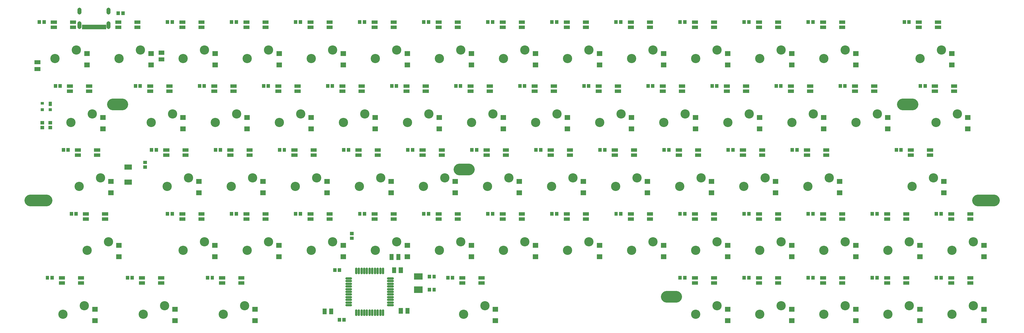
<source format=gbs>
G04 Layer: BottomSolderMaskLayer*
G04 EasyEDA v6.4.5, 2020-09-08T15:15:43+08:00*
G04 f0e53531bd8345db8f7cb9e7e530f99a,98eef565fa774a6b8f51c3c50c7f61d6,10*
G04 Gerber Generator version 0.2*
G04 Scale: 100 percent, Rotated: No, Reflected: No *
G04 Dimensions in millimeters *
G04 leading zeros omitted , absolute positions ,3 integer and 3 decimal *
%FSLAX33Y33*%
%MOMM*%
G90*
G71D02*

%ADD15C,3.499993*%
%ADD36C,1.203198*%
%ADD37C,2.743200*%
%ADD38C,0.703199*%

%LPD*%
G54D15*
G01X281143Y38251D02*
G01X285943Y38251D01*
G01X-566Y38251D02*
G01X4234Y38251D01*
G01X23984Y66841D02*
G01X26784Y66841D01*
G01X258863Y66841D02*
G01X261663Y66841D01*
G01X126973Y47431D02*
G01X129773Y47431D01*
G01X188613Y9521D02*
G01X191413Y9521D01*
G54D38*
G01X96323Y17802D02*
G01X96323Y16502D01*
G01X97123Y17802D02*
G01X97123Y16502D01*
G01X97923Y17802D02*
G01X97923Y16502D01*
G01X98723Y17802D02*
G01X98723Y16502D01*
G01X99523Y17802D02*
G01X99523Y16502D01*
G01X100323Y17802D02*
G01X100323Y16502D01*
G01X101123Y17802D02*
G01X101123Y16502D01*
G01X101923Y17802D02*
G01X101923Y16502D01*
G01X102723Y17802D02*
G01X102723Y16502D01*
G01X103523Y17802D02*
G01X103523Y16502D01*
G01X104323Y17802D02*
G01X104323Y16502D01*
G01X105873Y14952D02*
G01X107173Y14952D01*
G01X105873Y14152D02*
G01X107173Y14152D01*
G01X105873Y13352D02*
G01X107173Y13352D01*
G01X105873Y12552D02*
G01X107173Y12552D01*
G01X105873Y11752D02*
G01X107173Y11752D01*
G01X105873Y10952D02*
G01X107173Y10952D01*
G01X105873Y10152D02*
G01X107173Y10152D01*
G01X105873Y9352D02*
G01X107173Y9352D01*
G01X105873Y8552D02*
G01X107173Y8552D01*
G01X105873Y7752D02*
G01X107173Y7752D01*
G01X105873Y6952D02*
G01X107173Y6952D01*
G01X104323Y5402D02*
G01X104323Y4102D01*
G01X103523Y5402D02*
G01X103523Y4102D01*
G01X102723Y5402D02*
G01X102723Y4102D01*
G01X101923Y5402D02*
G01X101923Y4102D01*
G01X101123Y5402D02*
G01X101123Y4102D01*
G01X100323Y5402D02*
G01X100323Y4102D01*
G01X99523Y5402D02*
G01X99523Y4102D01*
G01X98723Y5402D02*
G01X98723Y4102D01*
G01X97923Y5402D02*
G01X97923Y4102D01*
G01X97123Y5402D02*
G01X97123Y4102D01*
G01X96323Y5402D02*
G01X96323Y4102D01*
G01X93473Y6952D02*
G01X94773Y6952D01*
G01X93473Y7752D02*
G01X94773Y7752D01*
G01X93473Y8552D02*
G01X94773Y8552D01*
G01X93473Y9352D02*
G01X94773Y9352D01*
G01X93473Y10152D02*
G01X94773Y10152D01*
G01X93473Y10952D02*
G01X94773Y10952D01*
G01X93473Y11752D02*
G01X94773Y11752D01*
G01X93473Y12552D02*
G01X94773Y12552D01*
G01X93473Y13352D02*
G01X94773Y13352D01*
G01X93473Y14152D02*
G01X94773Y14152D01*
G01X93473Y14952D02*
G01X94773Y14952D01*
G54D36*
G01X22704Y94184D02*
G01X22704Y94984D01*
G01X14064Y94184D02*
G01X14064Y94984D01*
G01X22704Y89884D02*
G01X22704Y90984D01*
G01X14064Y89884D02*
G01X14064Y90984D01*
G36*
G01X27473Y42855D02*
G01X27473Y44407D01*
G01X29675Y44407D01*
G01X29675Y42855D01*
G01X27473Y42855D01*
G37*
G36*
G01X27473Y47354D02*
G01X27473Y48908D01*
G01X29675Y48908D01*
G01X29675Y47354D01*
G01X27473Y47354D01*
G37*
G36*
G01X86322Y4224D02*
G01X86322Y5977D01*
G01X87526Y5977D01*
G01X87526Y4224D01*
G01X86322Y4224D01*
G37*
G36*
G01X88321Y4224D02*
G01X88321Y5977D01*
G01X89525Y5977D01*
G01X89525Y4224D01*
G01X88321Y4224D01*
G37*
G36*
G01X110991Y4395D02*
G01X110991Y6147D01*
G01X112195Y6147D01*
G01X112195Y4395D01*
G01X110991Y4395D01*
G37*
G36*
G01X108992Y4395D02*
G01X108992Y6147D01*
G01X110196Y6147D01*
G01X110196Y4395D01*
G01X108992Y4395D01*
G37*
G36*
G01X109002Y16505D02*
G01X109002Y18258D01*
G01X110206Y18258D01*
G01X110206Y16505D01*
G01X109002Y16505D01*
G37*
G36*
G01X107003Y16505D02*
G01X107003Y18258D01*
G01X108204Y18258D01*
G01X108204Y16505D01*
G01X107003Y16505D01*
G37*
G36*
G01X108253Y20465D02*
G01X108253Y22218D01*
G01X109454Y22218D01*
G01X109454Y20465D01*
G01X108253Y20465D01*
G37*
G36*
G01X106251Y20465D02*
G01X106251Y22218D01*
G01X107455Y22218D01*
G01X107455Y20465D01*
G01X106251Y20465D01*
G37*
G36*
G01X676Y78761D02*
G01X676Y79962D01*
G01X2431Y79962D01*
G01X2431Y78761D01*
G01X676Y78761D01*
G37*
G36*
G01X676Y76759D02*
G01X676Y77963D01*
G01X2431Y77963D01*
G01X2431Y76759D01*
G01X676Y76759D01*
G37*
G36*
G01X37567Y81600D02*
G01X37567Y82802D01*
G01X39320Y82802D01*
G01X39320Y81600D01*
G01X37567Y81600D01*
G37*
G36*
G01X37567Y79599D02*
G01X37567Y80803D01*
G01X39320Y80803D01*
G01X39320Y79599D01*
G01X37567Y79599D01*
G37*
G36*
G01X32982Y49020D02*
G01X32982Y50023D01*
G01X34085Y50023D01*
G01X34085Y49020D01*
G01X32982Y49020D01*
G37*
G36*
G01X32982Y47620D02*
G01X32982Y48624D01*
G01X34085Y48624D01*
G01X34085Y47620D01*
G01X32982Y47620D01*
G37*
G36*
G01X92223Y2020D02*
G01X92223Y3122D01*
G01X93226Y3122D01*
G01X93226Y2020D01*
G01X92223Y2020D01*
G37*
G36*
G01X90821Y2020D02*
G01X90821Y3122D01*
G01X91824Y3122D01*
G01X91824Y2020D01*
G01X90821Y2020D01*
G37*
G36*
G01X15472Y77839D02*
G01X15472Y79243D01*
G01X17074Y79243D01*
G01X17074Y77839D01*
G01X15472Y77839D01*
G37*
G36*
G01X15472Y81240D02*
G01X15472Y82642D01*
G01X17074Y82642D01*
G01X17074Y81240D01*
G01X15472Y81240D01*
G37*
G36*
G01X34511Y77839D02*
G01X34511Y79243D01*
G01X36114Y79243D01*
G01X36114Y77839D01*
G01X34511Y77839D01*
G37*
G36*
G01X34511Y81240D02*
G01X34511Y82642D01*
G01X36114Y82642D01*
G01X36114Y81240D01*
G01X34511Y81240D01*
G37*
G36*
G01X53572Y77839D02*
G01X53572Y79243D01*
G01X55174Y79243D01*
G01X55174Y77839D01*
G01X53572Y77839D01*
G37*
G36*
G01X53572Y81240D02*
G01X53572Y82642D01*
G01X55174Y82642D01*
G01X55174Y81240D01*
G01X53572Y81240D01*
G37*
G36*
G01X72611Y77839D02*
G01X72611Y79243D01*
G01X74214Y79243D01*
G01X74214Y77839D01*
G01X72611Y77839D01*
G37*
G36*
G01X72611Y81240D02*
G01X72611Y82642D01*
G01X74214Y82642D01*
G01X74214Y81240D01*
G01X72611Y81240D01*
G37*
G36*
G01X91661Y77839D02*
G01X91661Y79243D01*
G01X93264Y79243D01*
G01X93264Y77839D01*
G01X91661Y77839D01*
G37*
G36*
G01X91661Y81240D02*
G01X91661Y82642D01*
G01X93264Y82642D01*
G01X93264Y81240D01*
G01X91661Y81240D01*
G37*
G36*
G01X110711Y77839D02*
G01X110711Y79243D01*
G01X112314Y79243D01*
G01X112314Y77839D01*
G01X110711Y77839D01*
G37*
G36*
G01X110711Y81240D02*
G01X110711Y82642D01*
G01X112314Y82642D01*
G01X112314Y81240D01*
G01X110711Y81240D01*
G37*
G36*
G01X129772Y77839D02*
G01X129772Y79243D01*
G01X131374Y79243D01*
G01X131374Y77839D01*
G01X129772Y77839D01*
G37*
G36*
G01X129772Y81240D02*
G01X129772Y82642D01*
G01X131374Y82642D01*
G01X131374Y81240D01*
G01X129772Y81240D01*
G37*
G36*
G01X148822Y77839D02*
G01X148822Y79243D01*
G01X150424Y79243D01*
G01X150424Y77839D01*
G01X148822Y77839D01*
G37*
G36*
G01X148822Y81240D02*
G01X148822Y82642D01*
G01X150424Y82642D01*
G01X150424Y81240D01*
G01X148822Y81240D01*
G37*
G36*
G01X167861Y77839D02*
G01X167861Y79243D01*
G01X169464Y79243D01*
G01X169464Y77839D01*
G01X167861Y77839D01*
G37*
G36*
G01X167861Y81240D02*
G01X167861Y82642D01*
G01X169464Y82642D01*
G01X169464Y81240D01*
G01X167861Y81240D01*
G37*
G36*
G01X186911Y77839D02*
G01X186911Y79243D01*
G01X188514Y79243D01*
G01X188514Y77839D01*
G01X186911Y77839D01*
G37*
G36*
G01X186911Y81240D02*
G01X186911Y82642D01*
G01X188514Y82642D01*
G01X188514Y81240D01*
G01X186911Y81240D01*
G37*
G36*
G01X205972Y77839D02*
G01X205972Y79243D01*
G01X207574Y79243D01*
G01X207574Y77839D01*
G01X205972Y77839D01*
G37*
G36*
G01X205972Y81240D02*
G01X205972Y82642D01*
G01X207574Y82642D01*
G01X207574Y81240D01*
G01X205972Y81240D01*
G37*
G36*
G01X225022Y77839D02*
G01X225022Y79243D01*
G01X226624Y79243D01*
G01X226624Y77839D01*
G01X225022Y77839D01*
G37*
G36*
G01X225022Y81240D02*
G01X225022Y82642D01*
G01X226624Y82642D01*
G01X226624Y81240D01*
G01X225022Y81240D01*
G37*
G36*
G01X244072Y77839D02*
G01X244072Y79243D01*
G01X245674Y79243D01*
G01X245674Y77839D01*
G01X244072Y77839D01*
G37*
G36*
G01X244072Y81240D02*
G01X244072Y82642D01*
G01X245674Y82642D01*
G01X245674Y81240D01*
G01X244072Y81240D01*
G37*
G36*
G01X272641Y77839D02*
G01X272641Y79243D01*
G01X274244Y79243D01*
G01X274244Y77839D01*
G01X272641Y77839D01*
G37*
G36*
G01X272641Y81240D02*
G01X272641Y82642D01*
G01X274244Y82642D01*
G01X274244Y81240D01*
G01X272641Y81240D01*
G37*
G36*
G01X20231Y58789D02*
G01X20231Y60193D01*
G01X21834Y60193D01*
G01X21834Y58789D01*
G01X20231Y58789D01*
G37*
G36*
G01X20231Y62190D02*
G01X20231Y63592D01*
G01X21834Y63592D01*
G01X21834Y62190D01*
G01X20231Y62190D01*
G37*
G36*
G01X44041Y58789D02*
G01X44041Y60193D01*
G01X45644Y60193D01*
G01X45644Y58789D01*
G01X44041Y58789D01*
G37*
G36*
G01X44041Y62190D02*
G01X44041Y63592D01*
G01X45644Y63592D01*
G01X45644Y62190D01*
G01X44041Y62190D01*
G37*
G36*
G01X63091Y58789D02*
G01X63091Y60193D01*
G01X64694Y60193D01*
G01X64694Y58789D01*
G01X63091Y58789D01*
G37*
G36*
G01X63091Y62190D02*
G01X63091Y63592D01*
G01X64694Y63592D01*
G01X64694Y62190D01*
G01X63091Y62190D01*
G37*
G36*
G01X82141Y58789D02*
G01X82141Y60193D01*
G01X83744Y60193D01*
G01X83744Y58789D01*
G01X82141Y58789D01*
G37*
G36*
G01X82141Y62190D02*
G01X82141Y63592D01*
G01X83744Y63592D01*
G01X83744Y62190D01*
G01X82141Y62190D01*
G37*
G36*
G01X101191Y58789D02*
G01X101191Y60193D01*
G01X102794Y60193D01*
G01X102794Y58789D01*
G01X101191Y58789D01*
G37*
G36*
G01X101191Y62190D02*
G01X101191Y63592D01*
G01X102794Y63592D01*
G01X102794Y62190D01*
G01X101191Y62190D01*
G37*
G36*
G01X120241Y58789D02*
G01X120241Y60193D01*
G01X121844Y60193D01*
G01X121844Y58789D01*
G01X120241Y58789D01*
G37*
G36*
G01X120241Y62190D02*
G01X120241Y63592D01*
G01X121844Y63592D01*
G01X121844Y62190D01*
G01X120241Y62190D01*
G37*
G36*
G01X139291Y58789D02*
G01X139291Y60193D01*
G01X140894Y60193D01*
G01X140894Y58789D01*
G01X139291Y58789D01*
G37*
G36*
G01X139291Y62190D02*
G01X139291Y63592D01*
G01X140894Y63592D01*
G01X140894Y62190D01*
G01X139291Y62190D01*
G37*
G36*
G01X158341Y58789D02*
G01X158341Y60193D01*
G01X159944Y60193D01*
G01X159944Y58789D01*
G01X158341Y58789D01*
G37*
G36*
G01X158341Y62190D02*
G01X158341Y63592D01*
G01X159944Y63592D01*
G01X159944Y62190D01*
G01X158341Y62190D01*
G37*
G36*
G01X177391Y58789D02*
G01X177391Y60193D01*
G01X178994Y60193D01*
G01X178994Y58789D01*
G01X177391Y58789D01*
G37*
G36*
G01X177391Y62190D02*
G01X177391Y63592D01*
G01X178994Y63592D01*
G01X178994Y62190D01*
G01X177391Y62190D01*
G37*
G36*
G01X196441Y58789D02*
G01X196441Y60193D01*
G01X198044Y60193D01*
G01X198044Y58789D01*
G01X196441Y58789D01*
G37*
G36*
G01X196441Y62190D02*
G01X196441Y63592D01*
G01X198044Y63592D01*
G01X198044Y62190D01*
G01X196441Y62190D01*
G37*
G36*
G01X215491Y58789D02*
G01X215491Y60193D01*
G01X217094Y60193D01*
G01X217094Y58789D01*
G01X215491Y58789D01*
G37*
G36*
G01X215491Y62190D02*
G01X215491Y63592D01*
G01X217094Y63592D01*
G01X217094Y62190D01*
G01X215491Y62190D01*
G37*
G36*
G01X234541Y58789D02*
G01X234541Y60193D01*
G01X236144Y60193D01*
G01X236144Y58789D01*
G01X234541Y58789D01*
G37*
G36*
G01X234541Y62190D02*
G01X234541Y63592D01*
G01X236144Y63592D01*
G01X236144Y62190D01*
G01X234541Y62190D01*
G37*
G36*
G01X253591Y58789D02*
G01X253591Y60193D01*
G01X255194Y60193D01*
G01X255194Y58789D01*
G01X253591Y58789D01*
G37*
G36*
G01X253591Y62190D02*
G01X253591Y63592D01*
G01X255194Y63592D01*
G01X255194Y62190D01*
G01X253591Y62190D01*
G37*
G36*
G01X277401Y58789D02*
G01X277401Y60193D01*
G01X279004Y60193D01*
G01X279004Y58789D01*
G01X277401Y58789D01*
G37*
G36*
G01X277401Y62190D02*
G01X277401Y63592D01*
G01X279004Y63592D01*
G01X279004Y62190D01*
G01X277401Y62190D01*
G37*
G36*
G01X22611Y39739D02*
G01X22611Y41143D01*
G01X24214Y41143D01*
G01X24214Y39739D01*
G01X22611Y39739D01*
G37*
G36*
G01X22611Y43140D02*
G01X22611Y44542D01*
G01X24214Y44542D01*
G01X24214Y43140D01*
G01X22611Y43140D01*
G37*
G36*
G01X48801Y39739D02*
G01X48801Y41143D01*
G01X50404Y41143D01*
G01X50404Y39739D01*
G01X48801Y39739D01*
G37*
G36*
G01X48801Y43140D02*
G01X48801Y44542D01*
G01X50404Y44542D01*
G01X50404Y43140D01*
G01X48801Y43140D01*
G37*
G36*
G01X67841Y39739D02*
G01X67841Y41143D01*
G01X69444Y41143D01*
G01X69444Y39739D01*
G01X67841Y39739D01*
G37*
G36*
G01X67841Y43140D02*
G01X67841Y44542D01*
G01X69444Y44542D01*
G01X69444Y43140D01*
G01X67841Y43140D01*
G37*
G36*
G01X86901Y39739D02*
G01X86901Y41143D01*
G01X88504Y41143D01*
G01X88504Y39739D01*
G01X86901Y39739D01*
G37*
G36*
G01X86901Y43140D02*
G01X86901Y44542D01*
G01X88504Y44542D01*
G01X88504Y43140D01*
G01X86901Y43140D01*
G37*
G36*
G01X105951Y39739D02*
G01X105951Y41143D01*
G01X107554Y41143D01*
G01X107554Y39739D01*
G01X105951Y39739D01*
G37*
G36*
G01X105951Y43140D02*
G01X105951Y44542D01*
G01X107554Y44542D01*
G01X107554Y43140D01*
G01X105951Y43140D01*
G37*
G36*
G01X125001Y39739D02*
G01X125001Y41143D01*
G01X126604Y41143D01*
G01X126604Y39739D01*
G01X125001Y39739D01*
G37*
G36*
G01X125001Y43140D02*
G01X125001Y44542D01*
G01X126604Y44542D01*
G01X126604Y43140D01*
G01X125001Y43140D01*
G37*
G36*
G01X144051Y39739D02*
G01X144051Y41143D01*
G01X145654Y41143D01*
G01X145654Y39739D01*
G01X144051Y39739D01*
G37*
G36*
G01X144051Y43140D02*
G01X144051Y44542D01*
G01X145654Y44542D01*
G01X145654Y43140D01*
G01X144051Y43140D01*
G37*
G36*
G01X163101Y39739D02*
G01X163101Y41143D01*
G01X164704Y41143D01*
G01X164704Y39739D01*
G01X163101Y39739D01*
G37*
G36*
G01X163101Y43140D02*
G01X163101Y44542D01*
G01X164704Y44542D01*
G01X164704Y43140D01*
G01X163101Y43140D01*
G37*
G36*
G01X182151Y39739D02*
G01X182151Y41143D01*
G01X183754Y41143D01*
G01X183754Y39739D01*
G01X182151Y39739D01*
G37*
G36*
G01X182151Y43140D02*
G01X182151Y44542D01*
G01X183754Y44542D01*
G01X183754Y43140D01*
G01X182151Y43140D01*
G37*
G36*
G01X201201Y39739D02*
G01X201201Y41143D01*
G01X202804Y41143D01*
G01X202804Y39739D01*
G01X201201Y39739D01*
G37*
G36*
G01X201201Y43140D02*
G01X201201Y44542D01*
G01X202804Y44542D01*
G01X202804Y43140D01*
G01X201201Y43140D01*
G37*
G36*
G01X220251Y39739D02*
G01X220251Y41143D01*
G01X221854Y41143D01*
G01X221854Y39739D01*
G01X220251Y39739D01*
G37*
G36*
G01X220251Y43140D02*
G01X220251Y44542D01*
G01X221854Y44542D01*
G01X221854Y43140D01*
G01X220251Y43140D01*
G37*
G36*
G01X239301Y39739D02*
G01X239301Y41143D01*
G01X240904Y41143D01*
G01X240904Y39739D01*
G01X239301Y39739D01*
G37*
G36*
G01X239301Y43140D02*
G01X239301Y44542D01*
G01X240904Y44542D01*
G01X240904Y43140D01*
G01X239301Y43140D01*
G37*
G36*
G01X270261Y39739D02*
G01X270261Y41143D01*
G01X271864Y41143D01*
G01X271864Y39739D01*
G01X270261Y39739D01*
G37*
G36*
G01X270261Y43140D02*
G01X270261Y44542D01*
G01X271864Y44542D01*
G01X271864Y43140D01*
G01X270261Y43140D01*
G37*
G36*
G01X24981Y20689D02*
G01X24981Y22093D01*
G01X26584Y22093D01*
G01X26584Y20689D01*
G01X24981Y20689D01*
G37*
G36*
G01X24981Y24090D02*
G01X24981Y25492D01*
G01X26584Y25492D01*
G01X26584Y24090D01*
G01X24981Y24090D01*
G37*
G36*
G01X53551Y20689D02*
G01X53551Y22093D01*
G01X55154Y22093D01*
G01X55154Y20689D01*
G01X53551Y20689D01*
G37*
G36*
G01X53551Y24090D02*
G01X53551Y25492D01*
G01X55154Y25492D01*
G01X55154Y24090D01*
G01X53551Y24090D01*
G37*
G36*
G01X72601Y20689D02*
G01X72601Y22093D01*
G01X74204Y22093D01*
G01X74204Y20689D01*
G01X72601Y20689D01*
G37*
G36*
G01X72601Y24090D02*
G01X72601Y25492D01*
G01X74204Y25492D01*
G01X74204Y24090D01*
G01X72601Y24090D01*
G37*
G36*
G01X91661Y20689D02*
G01X91661Y22093D01*
G01X93264Y22093D01*
G01X93264Y20689D01*
G01X91661Y20689D01*
G37*
G36*
G01X91661Y24090D02*
G01X91661Y25492D01*
G01X93264Y25492D01*
G01X93264Y24090D01*
G01X91661Y24090D01*
G37*
G36*
G01X110711Y20689D02*
G01X110711Y22093D01*
G01X112314Y22093D01*
G01X112314Y20689D01*
G01X110711Y20689D01*
G37*
G36*
G01X110711Y24090D02*
G01X110711Y25492D01*
G01X112314Y25492D01*
G01X112314Y24090D01*
G01X110711Y24090D01*
G37*
G36*
G01X129772Y20689D02*
G01X129772Y22093D01*
G01X131374Y22093D01*
G01X131374Y20689D01*
G01X129772Y20689D01*
G37*
G36*
G01X129772Y24090D02*
G01X129772Y25492D01*
G01X131374Y25492D01*
G01X131374Y24090D01*
G01X129772Y24090D01*
G37*
G36*
G01X148811Y20689D02*
G01X148811Y22093D01*
G01X150414Y22093D01*
G01X150414Y20689D01*
G01X148811Y20689D01*
G37*
G36*
G01X148811Y24090D02*
G01X148811Y25492D01*
G01X150414Y25492D01*
G01X150414Y24090D01*
G01X148811Y24090D01*
G37*
G36*
G01X167861Y20689D02*
G01X167861Y22093D01*
G01X169464Y22093D01*
G01X169464Y20689D01*
G01X167861Y20689D01*
G37*
G36*
G01X167861Y24090D02*
G01X167861Y25492D01*
G01X169464Y25492D01*
G01X169464Y24090D01*
G01X167861Y24090D01*
G37*
G36*
G01X186922Y20689D02*
G01X186922Y22093D01*
G01X188524Y22093D01*
G01X188524Y20689D01*
G01X186922Y20689D01*
G37*
G36*
G01X186922Y24090D02*
G01X186922Y25492D01*
G01X188524Y25492D01*
G01X188524Y24090D01*
G01X186922Y24090D01*
G37*
G36*
G01X205961Y20689D02*
G01X205961Y22093D01*
G01X207564Y22093D01*
G01X207564Y20689D01*
G01X205961Y20689D01*
G37*
G36*
G01X205961Y24090D02*
G01X205961Y25492D01*
G01X207564Y25492D01*
G01X207564Y24090D01*
G01X205961Y24090D01*
G37*
G36*
G01X225022Y20689D02*
G01X225022Y22093D01*
G01X226624Y22093D01*
G01X226624Y20689D01*
G01X225022Y20689D01*
G37*
G36*
G01X225022Y24090D02*
G01X225022Y25492D01*
G01X226624Y25492D01*
G01X226624Y24090D01*
G01X225022Y24090D01*
G37*
G36*
G01X244061Y20689D02*
G01X244061Y22093D01*
G01X245664Y22093D01*
G01X245664Y20689D01*
G01X244061Y20689D01*
G37*
G36*
G01X244061Y24090D02*
G01X244061Y25492D01*
G01X245664Y25492D01*
G01X245664Y24090D01*
G01X244061Y24090D01*
G37*
G36*
G01X263111Y20689D02*
G01X263111Y22093D01*
G01X264714Y22093D01*
G01X264714Y20689D01*
G01X263111Y20689D01*
G37*
G36*
G01X263111Y24090D02*
G01X263111Y25492D01*
G01X264714Y25492D01*
G01X264714Y24090D01*
G01X263111Y24090D01*
G37*
G36*
G01X282161Y20689D02*
G01X282161Y22093D01*
G01X283764Y22093D01*
G01X283764Y20689D01*
G01X282161Y20689D01*
G37*
G36*
G01X282161Y24090D02*
G01X282161Y25492D01*
G01X283764Y25492D01*
G01X283764Y24090D01*
G01X282161Y24090D01*
G37*
G36*
G01X17851Y1639D02*
G01X17851Y3043D01*
G01X19454Y3043D01*
G01X19454Y1639D01*
G01X17851Y1639D01*
G37*
G36*
G01X17851Y5040D02*
G01X17851Y6442D01*
G01X19454Y6442D01*
G01X19454Y5040D01*
G01X17851Y5040D01*
G37*
G36*
G01X41651Y1639D02*
G01X41651Y3043D01*
G01X43254Y3043D01*
G01X43254Y1639D01*
G01X41651Y1639D01*
G37*
G36*
G01X41651Y5040D02*
G01X41651Y6442D01*
G01X43254Y6442D01*
G01X43254Y5040D01*
G01X41651Y5040D01*
G37*
G36*
G01X65471Y1639D02*
G01X65471Y3043D01*
G01X67074Y3043D01*
G01X67074Y1639D01*
G01X65471Y1639D01*
G37*
G36*
G01X65471Y5040D02*
G01X65471Y6442D01*
G01X67074Y6442D01*
G01X67074Y5040D01*
G01X65471Y5040D01*
G37*
G36*
G01X136911Y1639D02*
G01X136911Y3043D01*
G01X138514Y3043D01*
G01X138514Y1639D01*
G01X136911Y1639D01*
G37*
G36*
G01X136911Y5040D02*
G01X136911Y6442D01*
G01X138514Y6442D01*
G01X138514Y5040D01*
G01X136911Y5040D01*
G37*
G36*
G01X205961Y1639D02*
G01X205961Y3043D01*
G01X207564Y3043D01*
G01X207564Y1639D01*
G01X205961Y1639D01*
G37*
G36*
G01X205961Y5040D02*
G01X205961Y6442D01*
G01X207564Y6442D01*
G01X207564Y5040D01*
G01X205961Y5040D01*
G37*
G36*
G01X225022Y1639D02*
G01X225022Y3043D01*
G01X226624Y3043D01*
G01X226624Y1639D01*
G01X225022Y1639D01*
G37*
G36*
G01X225022Y5040D02*
G01X225022Y6442D01*
G01X226624Y6442D01*
G01X226624Y5040D01*
G01X225022Y5040D01*
G37*
G36*
G01X244061Y1639D02*
G01X244061Y3043D01*
G01X245664Y3043D01*
G01X245664Y1639D01*
G01X244061Y1639D01*
G37*
G36*
G01X244061Y5040D02*
G01X244061Y6442D01*
G01X245664Y6442D01*
G01X245664Y5040D01*
G01X244061Y5040D01*
G37*
G36*
G01X263111Y1639D02*
G01X263111Y3043D01*
G01X264714Y3043D01*
G01X264714Y1639D01*
G01X263111Y1639D01*
G37*
G36*
G01X263111Y5040D02*
G01X263111Y6442D01*
G01X264714Y6442D01*
G01X264714Y5040D01*
G01X263111Y5040D01*
G37*
G36*
G01X282161Y1639D02*
G01X282161Y3043D01*
G01X283764Y3043D01*
G01X283764Y1639D01*
G01X282161Y1639D01*
G37*
G36*
G01X282161Y5040D02*
G01X282161Y6442D01*
G01X283764Y6442D01*
G01X283764Y5040D01*
G01X282161Y5040D01*
G37*
G36*
G01X113503Y10630D02*
G01X113503Y12533D01*
G01X116106Y12533D01*
G01X116106Y10630D01*
G01X113503Y10630D01*
G37*
G36*
G01X113500Y14550D02*
G01X113500Y16455D01*
G01X116104Y16455D01*
G01X116104Y14550D01*
G01X113500Y14550D01*
G37*
G36*
G01X4852Y60811D02*
G01X4852Y61814D01*
G01X5954Y61814D01*
G01X5954Y60811D01*
G01X4852Y60811D01*
G37*
G36*
G01X4852Y59408D02*
G01X4852Y60412D01*
G01X5954Y60412D01*
G01X5954Y59408D01*
G01X4852Y59408D01*
G37*
G36*
G01X2451Y60811D02*
G01X2451Y61814D01*
G01X3556Y61814D01*
G01X3556Y60811D01*
G01X2451Y60811D01*
G37*
G36*
G01X2451Y59408D02*
G01X2451Y60412D01*
G01X3556Y60412D01*
G01X3556Y59408D01*
G01X2451Y59408D01*
G37*
G36*
G01X1651Y90760D02*
G01X1651Y91862D01*
G01X2655Y91862D01*
G01X2655Y90760D01*
G01X1651Y90760D01*
G37*
G36*
G01X3051Y90760D02*
G01X3051Y91862D01*
G01X4054Y91862D01*
G01X4054Y90760D01*
G01X3051Y90760D01*
G37*
G36*
G01X26482Y93378D02*
G01X26482Y94483D01*
G01X27486Y94483D01*
G01X27486Y93378D01*
G01X26482Y93378D01*
G37*
G36*
G01X25083Y93378D02*
G01X25083Y94483D01*
G01X26086Y94483D01*
G01X26086Y93378D01*
G01X25083Y93378D01*
G37*
G36*
G01X39751Y90760D02*
G01X39751Y91862D01*
G01X40755Y91862D01*
G01X40755Y90760D01*
G01X39751Y90760D01*
G37*
G36*
G01X41151Y90760D02*
G01X41151Y91862D01*
G01X42154Y91862D01*
G01X42154Y90760D01*
G01X41151Y90760D01*
G37*
G36*
G01X58791Y90760D02*
G01X58791Y91862D01*
G01X59795Y91862D01*
G01X59795Y90760D01*
G01X58791Y90760D01*
G37*
G36*
G01X60191Y90760D02*
G01X60191Y91862D01*
G01X61194Y91862D01*
G01X61194Y90760D01*
G01X60191Y90760D01*
G37*
G36*
G01X77841Y90760D02*
G01X77841Y91862D01*
G01X78845Y91862D01*
G01X78845Y90760D01*
G01X77841Y90760D01*
G37*
G36*
G01X79241Y90760D02*
G01X79241Y91862D01*
G01X80244Y91862D01*
G01X80244Y90760D01*
G01X79241Y90760D01*
G37*
G36*
G01X96891Y90760D02*
G01X96891Y91862D01*
G01X97895Y91862D01*
G01X97895Y90760D01*
G01X96891Y90760D01*
G37*
G36*
G01X98291Y90760D02*
G01X98291Y91862D01*
G01X99294Y91862D01*
G01X99294Y90760D01*
G01X98291Y90760D01*
G37*
G36*
G01X115951Y90760D02*
G01X115951Y91862D01*
G01X116955Y91862D01*
G01X116955Y90760D01*
G01X115951Y90760D01*
G37*
G36*
G01X117351Y90760D02*
G01X117351Y91862D01*
G01X118354Y91862D01*
G01X118354Y90760D01*
G01X117351Y90760D01*
G37*
G36*
G01X135001Y90760D02*
G01X135001Y91862D01*
G01X136005Y91862D01*
G01X136005Y90760D01*
G01X135001Y90760D01*
G37*
G36*
G01X136401Y90760D02*
G01X136401Y91862D01*
G01X137404Y91862D01*
G01X137404Y90760D01*
G01X136401Y90760D01*
G37*
G36*
G01X154041Y90760D02*
G01X154041Y91862D01*
G01X155045Y91862D01*
G01X155045Y90760D01*
G01X154041Y90760D01*
G37*
G36*
G01X155441Y90760D02*
G01X155441Y91862D01*
G01X156444Y91862D01*
G01X156444Y90760D01*
G01X155441Y90760D01*
G37*
G36*
G01X173091Y90760D02*
G01X173091Y91862D01*
G01X174095Y91862D01*
G01X174095Y90760D01*
G01X173091Y90760D01*
G37*
G36*
G01X174491Y90760D02*
G01X174491Y91862D01*
G01X175494Y91862D01*
G01X175494Y90760D01*
G01X174491Y90760D01*
G37*
G36*
G01X192151Y90760D02*
G01X192151Y91862D01*
G01X193155Y91862D01*
G01X193155Y90760D01*
G01X192151Y90760D01*
G37*
G36*
G01X193551Y90760D02*
G01X193551Y91862D01*
G01X194554Y91862D01*
G01X194554Y90760D01*
G01X193551Y90760D01*
G37*
G36*
G01X211201Y90760D02*
G01X211201Y91862D01*
G01X212205Y91862D01*
G01X212205Y90760D01*
G01X211201Y90760D01*
G37*
G36*
G01X212601Y90760D02*
G01X212601Y91862D01*
G01X213604Y91862D01*
G01X213604Y90760D01*
G01X212601Y90760D01*
G37*
G36*
G01X230251Y90760D02*
G01X230251Y91862D01*
G01X231255Y91862D01*
G01X231255Y90760D01*
G01X230251Y90760D01*
G37*
G36*
G01X231651Y90760D02*
G01X231651Y91862D01*
G01X232654Y91862D01*
G01X232654Y90760D01*
G01X231651Y90760D01*
G37*
G36*
G01X258821Y90760D02*
G01X258821Y91862D01*
G01X259825Y91862D01*
G01X259825Y90760D01*
G01X258821Y90760D01*
G37*
G36*
G01X260221Y90760D02*
G01X260221Y91862D01*
G01X261224Y91862D01*
G01X261224Y90760D01*
G01X260221Y90760D01*
G37*
G36*
G01X6411Y71730D02*
G01X6411Y72832D01*
G01X7415Y72832D01*
G01X7415Y71730D01*
G01X6411Y71730D01*
G37*
G36*
G01X7811Y71730D02*
G01X7811Y72832D01*
G01X8814Y72832D01*
G01X8814Y71730D01*
G01X7811Y71730D01*
G37*
G36*
G01X30211Y71730D02*
G01X30211Y72832D01*
G01X31214Y72832D01*
G01X31214Y71730D01*
G01X30211Y71730D01*
G37*
G36*
G01X31611Y71730D02*
G01X31611Y72832D01*
G01X32614Y72832D01*
G01X32614Y71730D01*
G01X31611Y71730D01*
G37*
G36*
G01X49271Y71730D02*
G01X49271Y72832D01*
G01X50275Y72832D01*
G01X50275Y71730D01*
G01X49271Y71730D01*
G37*
G36*
G01X50671Y71730D02*
G01X50671Y72832D01*
G01X51674Y72832D01*
G01X51674Y71730D01*
G01X50671Y71730D01*
G37*
G36*
G01X68321Y71730D02*
G01X68321Y72832D01*
G01X69325Y72832D01*
G01X69325Y71730D01*
G01X68321Y71730D01*
G37*
G36*
G01X69721Y71730D02*
G01X69721Y72832D01*
G01X70724Y72832D01*
G01X70724Y71730D01*
G01X69721Y71730D01*
G37*
G36*
G01X87371Y71730D02*
G01X87371Y72832D01*
G01X88375Y72832D01*
G01X88375Y71730D01*
G01X87371Y71730D01*
G37*
G36*
G01X88771Y71730D02*
G01X88771Y72832D01*
G01X89774Y72832D01*
G01X89774Y71730D01*
G01X88771Y71730D01*
G37*
G36*
G01X106421Y71730D02*
G01X106421Y72832D01*
G01X107425Y72832D01*
G01X107425Y71730D01*
G01X106421Y71730D01*
G37*
G36*
G01X107821Y71730D02*
G01X107821Y72832D01*
G01X108824Y72832D01*
G01X108824Y71730D01*
G01X107821Y71730D01*
G37*
G36*
G01X125471Y71730D02*
G01X125471Y72832D01*
G01X126475Y72832D01*
G01X126475Y71730D01*
G01X125471Y71730D01*
G37*
G36*
G01X126871Y71730D02*
G01X126871Y72832D01*
G01X127874Y72832D01*
G01X127874Y71730D01*
G01X126871Y71730D01*
G37*
G36*
G01X144521Y71730D02*
G01X144521Y72832D01*
G01X145525Y72832D01*
G01X145525Y71730D01*
G01X144521Y71730D01*
G37*
G36*
G01X145921Y71730D02*
G01X145921Y72832D01*
G01X146924Y72832D01*
G01X146924Y71730D01*
G01X145921Y71730D01*
G37*
G36*
G01X163571Y71730D02*
G01X163571Y72832D01*
G01X164575Y72832D01*
G01X164575Y71730D01*
G01X163571Y71730D01*
G37*
G36*
G01X164971Y71730D02*
G01X164971Y72832D01*
G01X165974Y72832D01*
G01X165974Y71730D01*
G01X164971Y71730D01*
G37*
G36*
G01X182621Y71730D02*
G01X182621Y72832D01*
G01X183625Y72832D01*
G01X183625Y71730D01*
G01X182621Y71730D01*
G37*
G36*
G01X184021Y71730D02*
G01X184021Y72832D01*
G01X185024Y72832D01*
G01X185024Y71730D01*
G01X184021Y71730D01*
G37*
G36*
G01X201671Y71730D02*
G01X201671Y72832D01*
G01X202675Y72832D01*
G01X202675Y71730D01*
G01X201671Y71730D01*
G37*
G36*
G01X203071Y71730D02*
G01X203071Y72832D01*
G01X204074Y72832D01*
G01X204074Y71730D01*
G01X203071Y71730D01*
G37*
G36*
G01X220721Y71730D02*
G01X220721Y72832D01*
G01X221725Y72832D01*
G01X221725Y71730D01*
G01X220721Y71730D01*
G37*
G36*
G01X222121Y71730D02*
G01X222121Y72832D01*
G01X223124Y72832D01*
G01X223124Y71730D01*
G01X222121Y71730D01*
G37*
G36*
G01X239771Y71730D02*
G01X239771Y72832D01*
G01X240775Y72832D01*
G01X240775Y71730D01*
G01X239771Y71730D01*
G37*
G36*
G01X241171Y71730D02*
G01X241171Y72832D01*
G01X242174Y72832D01*
G01X242174Y71730D01*
G01X241171Y71730D01*
G37*
G36*
G01X263581Y71730D02*
G01X263581Y72832D01*
G01X264585Y72832D01*
G01X264585Y71730D01*
G01X263581Y71730D01*
G37*
G36*
G01X264981Y71730D02*
G01X264981Y72832D01*
G01X265984Y72832D01*
G01X265984Y71730D01*
G01X264981Y71730D01*
G37*
G36*
G01X8791Y52680D02*
G01X8791Y53782D01*
G01X9795Y53782D01*
G01X9795Y52680D01*
G01X8791Y52680D01*
G37*
G36*
G01X10191Y52680D02*
G01X10191Y53782D01*
G01X11194Y53782D01*
G01X11194Y52680D01*
G01X10191Y52680D01*
G37*
G36*
G01X34981Y52680D02*
G01X34981Y53782D01*
G01X35985Y53782D01*
G01X35985Y52680D01*
G01X34981Y52680D01*
G37*
G36*
G01X36381Y52680D02*
G01X36381Y53782D01*
G01X37384Y53782D01*
G01X37384Y52680D01*
G01X36381Y52680D01*
G37*
G36*
G01X54031Y52680D02*
G01X54031Y53782D01*
G01X55035Y53782D01*
G01X55035Y52680D01*
G01X54031Y52680D01*
G37*
G36*
G01X55431Y52680D02*
G01X55431Y53782D01*
G01X56434Y53782D01*
G01X56434Y52680D01*
G01X55431Y52680D01*
G37*
G36*
G01X73071Y52680D02*
G01X73071Y53782D01*
G01X74074Y53782D01*
G01X74074Y52680D01*
G01X73071Y52680D01*
G37*
G36*
G01X74471Y52680D02*
G01X74471Y53782D01*
G01X75474Y53782D01*
G01X75474Y52680D01*
G01X74471Y52680D01*
G37*
G36*
G01X92131Y52680D02*
G01X92131Y53782D01*
G01X93135Y53782D01*
G01X93135Y52680D01*
G01X92131Y52680D01*
G37*
G36*
G01X93531Y52680D02*
G01X93531Y53782D01*
G01X94534Y53782D01*
G01X94534Y52680D01*
G01X93531Y52680D01*
G37*
G36*
G01X111181Y52680D02*
G01X111181Y53782D01*
G01X112185Y53782D01*
G01X112185Y52680D01*
G01X111181Y52680D01*
G37*
G36*
G01X112581Y52680D02*
G01X112581Y53782D01*
G01X113584Y53782D01*
G01X113584Y52680D01*
G01X112581Y52680D01*
G37*
G36*
G01X130231Y52680D02*
G01X130231Y53782D01*
G01X131235Y53782D01*
G01X131235Y52680D01*
G01X130231Y52680D01*
G37*
G36*
G01X131631Y52680D02*
G01X131631Y53782D01*
G01X132634Y53782D01*
G01X132634Y52680D01*
G01X131631Y52680D01*
G37*
G36*
G01X149281Y52680D02*
G01X149281Y53782D01*
G01X150285Y53782D01*
G01X150285Y52680D01*
G01X149281Y52680D01*
G37*
G36*
G01X150681Y52680D02*
G01X150681Y53782D01*
G01X151684Y53782D01*
G01X151684Y52680D01*
G01X150681Y52680D01*
G37*
G36*
G01X168331Y52680D02*
G01X168331Y53782D01*
G01X169335Y53782D01*
G01X169335Y52680D01*
G01X168331Y52680D01*
G37*
G36*
G01X169731Y52680D02*
G01X169731Y53782D01*
G01X170734Y53782D01*
G01X170734Y52680D01*
G01X169731Y52680D01*
G37*
G36*
G01X187381Y52680D02*
G01X187381Y53782D01*
G01X188385Y53782D01*
G01X188385Y52680D01*
G01X187381Y52680D01*
G37*
G36*
G01X188781Y52680D02*
G01X188781Y53782D01*
G01X189784Y53782D01*
G01X189784Y52680D01*
G01X188781Y52680D01*
G37*
G36*
G01X206431Y52680D02*
G01X206431Y53782D01*
G01X207435Y53782D01*
G01X207435Y52680D01*
G01X206431Y52680D01*
G37*
G36*
G01X207831Y52680D02*
G01X207831Y53782D01*
G01X208834Y53782D01*
G01X208834Y52680D01*
G01X207831Y52680D01*
G37*
G36*
G01X225481Y52680D02*
G01X225481Y53782D01*
G01X226485Y53782D01*
G01X226485Y52680D01*
G01X225481Y52680D01*
G37*
G36*
G01X226881Y52680D02*
G01X226881Y53782D01*
G01X227884Y53782D01*
G01X227884Y52680D01*
G01X226881Y52680D01*
G37*
G36*
G01X256441Y52680D02*
G01X256441Y53782D01*
G01X257445Y53782D01*
G01X257445Y52680D01*
G01X256441Y52680D01*
G37*
G36*
G01X257841Y52680D02*
G01X257841Y53782D01*
G01X258844Y53782D01*
G01X258844Y52680D01*
G01X257841Y52680D01*
G37*
G36*
G01X11171Y33610D02*
G01X11171Y34712D01*
G01X12175Y34712D01*
G01X12175Y33610D01*
G01X11171Y33610D01*
G37*
G36*
G01X12571Y33610D02*
G01X12571Y34712D01*
G01X13574Y34712D01*
G01X13574Y33610D01*
G01X12571Y33610D01*
G37*
G36*
G01X39741Y33610D02*
G01X39741Y34712D01*
G01X40745Y34712D01*
G01X40745Y33610D01*
G01X39741Y33610D01*
G37*
G36*
G01X41141Y33610D02*
G01X41141Y34712D01*
G01X42144Y34712D01*
G01X42144Y33610D01*
G01X41141Y33610D01*
G37*
G36*
G01X58791Y33610D02*
G01X58791Y34712D01*
G01X59795Y34712D01*
G01X59795Y33610D01*
G01X58791Y33610D01*
G37*
G36*
G01X60191Y33610D02*
G01X60191Y34712D01*
G01X61194Y34712D01*
G01X61194Y33610D01*
G01X60191Y33610D01*
G37*
G36*
G01X77851Y33610D02*
G01X77851Y34712D01*
G01X78855Y34712D01*
G01X78855Y33610D01*
G01X77851Y33610D01*
G37*
G36*
G01X79251Y33610D02*
G01X79251Y34712D01*
G01X80254Y34712D01*
G01X80254Y33610D01*
G01X79251Y33610D01*
G37*
G36*
G01X96912Y33610D02*
G01X96912Y34712D01*
G01X97915Y34712D01*
G01X97915Y33610D01*
G01X96912Y33610D01*
G37*
G36*
G01X98311Y33610D02*
G01X98311Y34712D01*
G01X99314Y34712D01*
G01X99314Y33610D01*
G01X98311Y33610D01*
G37*
G36*
G01X115951Y33610D02*
G01X115951Y34712D01*
G01X116955Y34712D01*
G01X116955Y33610D01*
G01X115951Y33610D01*
G37*
G36*
G01X117351Y33610D02*
G01X117351Y34712D01*
G01X118354Y34712D01*
G01X118354Y33610D01*
G01X117351Y33610D01*
G37*
G36*
G01X134991Y33610D02*
G01X134991Y34712D01*
G01X135995Y34712D01*
G01X135995Y33610D01*
G01X134991Y33610D01*
G37*
G36*
G01X136391Y33610D02*
G01X136391Y34712D01*
G01X137394Y34712D01*
G01X137394Y33610D01*
G01X136391Y33610D01*
G37*
G36*
G01X154041Y33610D02*
G01X154041Y34712D01*
G01X155045Y34712D01*
G01X155045Y33610D01*
G01X154041Y33610D01*
G37*
G36*
G01X155441Y33610D02*
G01X155441Y34712D01*
G01X156444Y34712D01*
G01X156444Y33610D01*
G01X155441Y33610D01*
G37*
G36*
G01X173112Y33610D02*
G01X173112Y34712D01*
G01X174115Y34712D01*
G01X174115Y33610D01*
G01X173112Y33610D01*
G37*
G36*
G01X174511Y33610D02*
G01X174511Y34712D01*
G01X175514Y34712D01*
G01X175514Y33610D01*
G01X174511Y33610D01*
G37*
G36*
G01X192141Y33610D02*
G01X192141Y34712D01*
G01X193145Y34712D01*
G01X193145Y33610D01*
G01X192141Y33610D01*
G37*
G36*
G01X193541Y33610D02*
G01X193541Y34712D01*
G01X194544Y34712D01*
G01X194544Y33610D01*
G01X193541Y33610D01*
G37*
G36*
G01X211201Y33610D02*
G01X211201Y34712D01*
G01X212205Y34712D01*
G01X212205Y33610D01*
G01X211201Y33610D01*
G37*
G36*
G01X212601Y33610D02*
G01X212601Y34712D01*
G01X213604Y34712D01*
G01X213604Y33610D01*
G01X212601Y33610D01*
G37*
G36*
G01X230241Y33610D02*
G01X230241Y34712D01*
G01X231245Y34712D01*
G01X231245Y33610D01*
G01X230241Y33610D01*
G37*
G36*
G01X231641Y33610D02*
G01X231641Y34712D01*
G01X232644Y34712D01*
G01X232644Y33610D01*
G01X231641Y33610D01*
G37*
G36*
G01X249301Y33610D02*
G01X249301Y34712D01*
G01X250305Y34712D01*
G01X250305Y33610D01*
G01X249301Y33610D01*
G37*
G36*
G01X250701Y33610D02*
G01X250701Y34712D01*
G01X251704Y34712D01*
G01X251704Y33610D01*
G01X250701Y33610D01*
G37*
G36*
G01X268341Y33610D02*
G01X268341Y34712D01*
G01X269345Y34712D01*
G01X269345Y33610D01*
G01X268341Y33610D01*
G37*
G36*
G01X269741Y33610D02*
G01X269741Y34712D01*
G01X270744Y34712D01*
G01X270744Y33610D01*
G01X269741Y33610D01*
G37*
G36*
G01X4031Y14560D02*
G01X4031Y15662D01*
G01X5035Y15662D01*
G01X5035Y14560D01*
G01X4031Y14560D01*
G37*
G36*
G01X5431Y14560D02*
G01X5431Y15662D01*
G01X6434Y15662D01*
G01X6434Y14560D01*
G01X5431Y14560D01*
G37*
G36*
G01X27841Y14570D02*
G01X27841Y15672D01*
G01X28845Y15672D01*
G01X28845Y14570D01*
G01X27841Y14570D01*
G37*
G36*
G01X29241Y14570D02*
G01X29241Y15672D01*
G01X30244Y15672D01*
G01X30244Y14570D01*
G01X29241Y14570D01*
G37*
G36*
G01X51651Y14570D02*
G01X51651Y15672D01*
G01X52655Y15672D01*
G01X52655Y14570D01*
G01X51651Y14570D01*
G37*
G36*
G01X53051Y14570D02*
G01X53051Y15672D01*
G01X54054Y15672D01*
G01X54054Y14570D01*
G01X53051Y14570D01*
G37*
G36*
G01X123091Y14570D02*
G01X123091Y15672D01*
G01X124095Y15672D01*
G01X124095Y14570D01*
G01X123091Y14570D01*
G37*
G36*
G01X124491Y14570D02*
G01X124491Y15672D01*
G01X125494Y15672D01*
G01X125494Y14570D01*
G01X124491Y14570D01*
G37*
G36*
G01X192141Y14570D02*
G01X192141Y15672D01*
G01X193145Y15672D01*
G01X193145Y14570D01*
G01X192141Y14570D01*
G37*
G36*
G01X193541Y14570D02*
G01X193541Y15672D01*
G01X194544Y15672D01*
G01X194544Y14570D01*
G01X193541Y14570D01*
G37*
G36*
G01X211201Y14570D02*
G01X211201Y15672D01*
G01X212205Y15672D01*
G01X212205Y14570D01*
G01X211201Y14570D01*
G37*
G36*
G01X212601Y14570D02*
G01X212601Y15672D01*
G01X213604Y15672D01*
G01X213604Y14570D01*
G01X212601Y14570D01*
G37*
G36*
G01X230241Y14570D02*
G01X230241Y15672D01*
G01X231245Y15672D01*
G01X231245Y14570D01*
G01X230241Y14570D01*
G37*
G36*
G01X231641Y14570D02*
G01X231641Y15672D01*
G01X232644Y15672D01*
G01X232644Y14570D01*
G01X231641Y14570D01*
G37*
G36*
G01X249291Y14570D02*
G01X249291Y15672D01*
G01X250295Y15672D01*
G01X250295Y14570D01*
G01X249291Y14570D01*
G37*
G36*
G01X250691Y14570D02*
G01X250691Y15672D01*
G01X251694Y15672D01*
G01X251694Y14570D01*
G01X250691Y14570D01*
G37*
G36*
G01X268341Y14570D02*
G01X268341Y15672D01*
G01X269345Y15672D01*
G01X269345Y14570D01*
G01X268341Y14570D01*
G37*
G36*
G01X269741Y14570D02*
G01X269741Y15672D01*
G01X270744Y15672D01*
G01X270744Y14570D01*
G01X269741Y14570D01*
G37*
G36*
G01X4933Y66289D02*
G01X4933Y67592D01*
G01X5835Y67592D01*
G01X5835Y66289D01*
G01X4933Y66289D01*
G37*
G36*
G01X4933Y64839D02*
G01X4933Y65644D01*
G01X5835Y65644D01*
G01X5835Y64839D01*
G01X4933Y64839D01*
G37*
G36*
G01X2533Y64839D02*
G01X2533Y65644D01*
G01X3434Y65644D01*
G01X3434Y64839D01*
G01X2533Y64839D01*
G37*
G36*
G01X2533Y66739D02*
G01X2533Y67544D01*
G01X3434Y67544D01*
G01X3434Y66739D01*
G01X2533Y66739D01*
G37*
G36*
G01X117602Y11009D02*
G01X117602Y12114D01*
G01X118606Y12114D01*
G01X118606Y11009D01*
G01X117602Y11009D01*
G37*
G36*
G01X119002Y11009D02*
G01X119002Y12114D01*
G01X120005Y12114D01*
G01X120005Y11009D01*
G01X119002Y11009D01*
G37*
G36*
G01X117602Y14951D02*
G01X117602Y16053D01*
G01X118606Y16053D01*
G01X118606Y14951D01*
G01X117602Y14951D01*
G37*
G36*
G01X119002Y14951D02*
G01X119002Y16053D01*
G01X120005Y16053D01*
G01X120005Y14951D01*
G01X119002Y14951D01*
G37*
G36*
G01X94521Y27811D02*
G01X94521Y28814D01*
G01X95624Y28814D01*
G01X95624Y27811D01*
G01X94521Y27811D01*
G37*
G36*
G01X94521Y26409D02*
G01X94521Y27412D01*
G01X95624Y27412D01*
G01X95624Y26409D01*
G01X94521Y26409D01*
G37*
G36*
G01X89472Y16899D02*
G01X89472Y18004D01*
G01X90475Y18004D01*
G01X90475Y16899D01*
G01X89472Y16899D01*
G37*
G36*
G01X90871Y16899D02*
G01X90871Y18004D01*
G01X91875Y18004D01*
G01X91875Y16899D01*
G01X90871Y16899D01*
G37*
G36*
G01X14781Y89182D02*
G01X14781Y90536D01*
G01X15586Y90536D01*
G01X15586Y89182D01*
G01X14781Y89182D01*
G37*
G36*
G01X15581Y89182D02*
G01X15581Y90536D01*
G01X16386Y90536D01*
G01X16386Y89182D01*
G01X15581Y89182D01*
G37*
G36*
G01X21181Y89182D02*
G01X21181Y90536D01*
G01X21984Y90536D01*
G01X21984Y89182D01*
G01X21181Y89182D01*
G37*
G36*
G01X20381Y89182D02*
G01X20381Y90536D01*
G01X21184Y90536D01*
G01X21184Y89182D01*
G01X20381Y89182D01*
G37*
G36*
G01X19881Y89182D02*
G01X19881Y90536D01*
G01X20384Y90536D01*
G01X20384Y89182D01*
G01X19881Y89182D01*
G37*
G36*
G01X19381Y89182D02*
G01X19381Y90536D01*
G01X19886Y90536D01*
G01X19886Y89182D01*
G01X19381Y89182D01*
G37*
G36*
G01X18883Y89182D02*
G01X18883Y90536D01*
G01X19386Y90536D01*
G01X19386Y89182D01*
G01X18883Y89182D01*
G37*
G36*
G01X18382Y89182D02*
G01X18382Y90536D01*
G01X18885Y90536D01*
G01X18885Y89182D01*
G01X18382Y89182D01*
G37*
G36*
G01X17882Y89182D02*
G01X17882Y90536D01*
G01X18385Y90536D01*
G01X18385Y89182D01*
G01X17882Y89182D01*
G37*
G36*
G01X17382Y89182D02*
G01X17382Y90536D01*
G01X17885Y90536D01*
G01X17885Y89182D01*
G01X17382Y89182D01*
G37*
G36*
G01X16881Y89182D02*
G01X16881Y90536D01*
G01X17384Y90536D01*
G01X17384Y89182D01*
G01X16881Y89182D01*
G37*
G36*
G01X16381Y89182D02*
G01X16381Y90536D01*
G01X16886Y90536D01*
G01X16886Y89182D01*
G01X16381Y89182D01*
G37*
G54D37*
G01X56792Y4302D03*
G01X63142Y6842D03*
G01X32983Y4302D03*
G01X39333Y6842D03*
G01X9173Y4302D03*
G01X15523Y6842D03*
G01X13933Y42402D03*
G01X20283Y44942D03*
G01X16312Y23352D03*
G01X22662Y25892D03*
G01X263962Y80502D03*
G01X270312Y83042D03*
G36*
G01X5532Y90800D02*
G01X5532Y91824D01*
G01X7336Y91824D01*
G01X7336Y90800D01*
G01X5532Y90800D01*
G37*
G36*
G01X11232Y90800D02*
G01X11232Y91824D01*
G01X13036Y91824D01*
G01X13036Y90800D01*
G01X11232Y90800D01*
G37*
G36*
G01X11232Y89299D02*
G01X11232Y90323D01*
G01X13036Y90323D01*
G01X13036Y89299D01*
G01X11232Y89299D01*
G37*
G36*
G01X5532Y89299D02*
G01X5532Y90323D01*
G01X7336Y90323D01*
G01X7336Y89299D01*
G01X5532Y89299D01*
G37*
G36*
G01X24684Y90798D02*
G01X24684Y91819D01*
G01X26487Y91819D01*
G01X26487Y90798D01*
G01X24684Y90798D01*
G37*
G36*
G01X30386Y90798D02*
G01X30386Y91819D01*
G01X32187Y91819D01*
G01X32187Y90798D01*
G01X30386Y90798D01*
G37*
G36*
G01X30386Y89297D02*
G01X30386Y90320D01*
G01X32187Y90320D01*
G01X32187Y89297D01*
G01X30386Y89297D01*
G37*
G36*
G01X24684Y89297D02*
G01X24684Y90320D01*
G01X26487Y90320D01*
G01X26487Y89297D01*
G01X24684Y89297D01*
G37*
G36*
G01X43744Y90798D02*
G01X43744Y91819D01*
G01X45548Y91819D01*
G01X45548Y90798D01*
G01X43744Y90798D01*
G37*
G36*
G01X49444Y90798D02*
G01X49444Y91819D01*
G01X51247Y91819D01*
G01X51247Y90798D01*
G01X49444Y90798D01*
G37*
G36*
G01X49444Y89297D02*
G01X49444Y90320D01*
G01X51247Y90320D01*
G01X51247Y89297D01*
G01X49444Y89297D01*
G37*
G36*
G01X43744Y89297D02*
G01X43744Y90320D01*
G01X45548Y90320D01*
G01X45548Y89297D01*
G01X43744Y89297D01*
G37*
G36*
G01X62784Y90798D02*
G01X62784Y91819D01*
G01X64587Y91819D01*
G01X64587Y90798D01*
G01X62784Y90798D01*
G37*
G36*
G01X68484Y90798D02*
G01X68484Y91819D01*
G01X70287Y91819D01*
G01X70287Y90798D01*
G01X68484Y90798D01*
G37*
G36*
G01X68484Y89297D02*
G01X68484Y90320D01*
G01X70287Y90320D01*
G01X70287Y89297D01*
G01X68484Y89297D01*
G37*
G36*
G01X62784Y89297D02*
G01X62784Y90320D01*
G01X64587Y90320D01*
G01X64587Y89297D01*
G01X62784Y89297D01*
G37*
G36*
G01X81834Y90798D02*
G01X81834Y91819D01*
G01X83637Y91819D01*
G01X83637Y90798D01*
G01X81834Y90798D01*
G37*
G36*
G01X87534Y90798D02*
G01X87534Y91819D01*
G01X89337Y91819D01*
G01X89337Y90798D01*
G01X87534Y90798D01*
G37*
G36*
G01X87534Y89297D02*
G01X87534Y90320D01*
G01X89337Y90320D01*
G01X89337Y89297D01*
G01X87534Y89297D01*
G37*
G36*
G01X81834Y89297D02*
G01X81834Y90320D01*
G01X83637Y90320D01*
G01X83637Y89297D01*
G01X81834Y89297D01*
G37*
G36*
G01X100884Y90798D02*
G01X100884Y91819D01*
G01X102687Y91819D01*
G01X102687Y90798D01*
G01X100884Y90798D01*
G37*
G36*
G01X106584Y90798D02*
G01X106584Y91819D01*
G01X108387Y91819D01*
G01X108387Y90798D01*
G01X106584Y90798D01*
G37*
G36*
G01X106584Y89297D02*
G01X106584Y90320D01*
G01X108387Y90320D01*
G01X108387Y89297D01*
G01X106584Y89297D01*
G37*
G36*
G01X100884Y89297D02*
G01X100884Y90320D01*
G01X102687Y90320D01*
G01X102687Y89297D01*
G01X100884Y89297D01*
G37*
G36*
G01X119944Y90798D02*
G01X119944Y91819D01*
G01X121748Y91819D01*
G01X121748Y90798D01*
G01X119944Y90798D01*
G37*
G36*
G01X125644Y90798D02*
G01X125644Y91819D01*
G01X127447Y91819D01*
G01X127447Y90798D01*
G01X125644Y90798D01*
G37*
G36*
G01X125644Y89297D02*
G01X125644Y90320D01*
G01X127447Y90320D01*
G01X127447Y89297D01*
G01X125644Y89297D01*
G37*
G36*
G01X119944Y89297D02*
G01X119944Y90320D01*
G01X121748Y90320D01*
G01X121748Y89297D01*
G01X119944Y89297D01*
G37*
G36*
G01X138994Y90798D02*
G01X138994Y91819D01*
G01X140798Y91819D01*
G01X140798Y90798D01*
G01X138994Y90798D01*
G37*
G36*
G01X144694Y90798D02*
G01X144694Y91819D01*
G01X146497Y91819D01*
G01X146497Y90798D01*
G01X144694Y90798D01*
G37*
G36*
G01X144694Y89297D02*
G01X144694Y90320D01*
G01X146497Y90320D01*
G01X146497Y89297D01*
G01X144694Y89297D01*
G37*
G36*
G01X138994Y89297D02*
G01X138994Y90320D01*
G01X140798Y90320D01*
G01X140798Y89297D01*
G01X138994Y89297D01*
G37*
G36*
G01X158034Y90798D02*
G01X158034Y91819D01*
G01X159837Y91819D01*
G01X159837Y90798D01*
G01X158034Y90798D01*
G37*
G36*
G01X163734Y90798D02*
G01X163734Y91819D01*
G01X165537Y91819D01*
G01X165537Y90798D01*
G01X163734Y90798D01*
G37*
G36*
G01X163734Y89297D02*
G01X163734Y90320D01*
G01X165537Y90320D01*
G01X165537Y89297D01*
G01X163734Y89297D01*
G37*
G36*
G01X158034Y89297D02*
G01X158034Y90320D01*
G01X159837Y90320D01*
G01X159837Y89297D01*
G01X158034Y89297D01*
G37*
G36*
G01X177084Y90798D02*
G01X177084Y91819D01*
G01X178887Y91819D01*
G01X178887Y90798D01*
G01X177084Y90798D01*
G37*
G36*
G01X182784Y90798D02*
G01X182784Y91819D01*
G01X184587Y91819D01*
G01X184587Y90798D01*
G01X182784Y90798D01*
G37*
G36*
G01X182784Y89297D02*
G01X182784Y90320D01*
G01X184587Y90320D01*
G01X184587Y89297D01*
G01X182784Y89297D01*
G37*
G36*
G01X177084Y89297D02*
G01X177084Y90320D01*
G01X178887Y90320D01*
G01X178887Y89297D01*
G01X177084Y89297D01*
G37*
G36*
G01X196144Y90798D02*
G01X196144Y91819D01*
G01X197948Y91819D01*
G01X197948Y90798D01*
G01X196144Y90798D01*
G37*
G36*
G01X201844Y90798D02*
G01X201844Y91819D01*
G01X203647Y91819D01*
G01X203647Y90798D01*
G01X201844Y90798D01*
G37*
G36*
G01X201844Y89297D02*
G01X201844Y90320D01*
G01X203647Y90320D01*
G01X203647Y89297D01*
G01X201844Y89297D01*
G37*
G36*
G01X196144Y89297D02*
G01X196144Y90320D01*
G01X197948Y90320D01*
G01X197948Y89297D01*
G01X196144Y89297D01*
G37*
G36*
G01X215194Y90798D02*
G01X215194Y91819D01*
G01X216998Y91819D01*
G01X216998Y90798D01*
G01X215194Y90798D01*
G37*
G36*
G01X220894Y90798D02*
G01X220894Y91819D01*
G01X222697Y91819D01*
G01X222697Y90798D01*
G01X220894Y90798D01*
G37*
G36*
G01X220894Y89297D02*
G01X220894Y90320D01*
G01X222697Y90320D01*
G01X222697Y89297D01*
G01X220894Y89297D01*
G37*
G36*
G01X215194Y89297D02*
G01X215194Y90320D01*
G01X216998Y90320D01*
G01X216998Y89297D01*
G01X215194Y89297D01*
G37*
G36*
G01X234244Y90798D02*
G01X234244Y91819D01*
G01X236048Y91819D01*
G01X236048Y90798D01*
G01X234244Y90798D01*
G37*
G36*
G01X239944Y90798D02*
G01X239944Y91819D01*
G01X241747Y91819D01*
G01X241747Y90798D01*
G01X239944Y90798D01*
G37*
G36*
G01X239944Y89297D02*
G01X239944Y90320D01*
G01X241747Y90320D01*
G01X241747Y89297D01*
G01X239944Y89297D01*
G37*
G36*
G01X234244Y89297D02*
G01X234244Y90320D01*
G01X236048Y90320D01*
G01X236048Y89297D01*
G01X234244Y89297D01*
G37*
G36*
G01X262730Y90798D02*
G01X262730Y91819D01*
G01X264534Y91819D01*
G01X264534Y90798D01*
G01X262730Y90798D01*
G37*
G36*
G01X268430Y90798D02*
G01X268430Y91819D01*
G01X270234Y91819D01*
G01X270234Y90798D01*
G01X268430Y90798D01*
G37*
G36*
G01X268430Y89297D02*
G01X268430Y90320D01*
G01X270234Y90320D01*
G01X270234Y89297D01*
G01X268430Y89297D01*
G37*
G36*
G01X262730Y89297D02*
G01X262730Y90320D01*
G01X264534Y90320D01*
G01X264534Y89297D01*
G01X262730Y89297D01*
G37*
G36*
G01X10323Y71750D02*
G01X10323Y72774D01*
G01X12126Y72774D01*
G01X12126Y71750D01*
G01X10323Y71750D01*
G37*
G36*
G01X16023Y71750D02*
G01X16023Y72774D01*
G01X17826Y72774D01*
G01X17826Y71750D01*
G01X16023Y71750D01*
G37*
G36*
G01X16023Y70249D02*
G01X16023Y71273D01*
G01X17826Y71273D01*
G01X17826Y70249D01*
G01X16023Y70249D01*
G37*
G36*
G01X10323Y70249D02*
G01X10323Y71273D01*
G01X12126Y71273D01*
G01X12126Y70249D01*
G01X10323Y70249D01*
G37*
G36*
G01X34214Y71750D02*
G01X34214Y72774D01*
G01X36018Y72774D01*
G01X36018Y71750D01*
G01X34214Y71750D01*
G37*
G36*
G01X39914Y71750D02*
G01X39914Y72774D01*
G01X41717Y72774D01*
G01X41717Y71750D01*
G01X39914Y71750D01*
G37*
G36*
G01X39914Y70249D02*
G01X39914Y71273D01*
G01X41717Y71273D01*
G01X41717Y70249D01*
G01X39914Y70249D01*
G37*
G36*
G01X34214Y70249D02*
G01X34214Y71273D01*
G01X36018Y71273D01*
G01X36018Y70249D01*
G01X34214Y70249D01*
G37*
G36*
G01X53264Y71750D02*
G01X53264Y72774D01*
G01X55068Y72774D01*
G01X55068Y71750D01*
G01X53264Y71750D01*
G37*
G36*
G01X58964Y71750D02*
G01X58964Y72774D01*
G01X60767Y72774D01*
G01X60767Y71750D01*
G01X58964Y71750D01*
G37*
G36*
G01X58964Y70249D02*
G01X58964Y71273D01*
G01X60767Y71273D01*
G01X60767Y70249D01*
G01X58964Y70249D01*
G37*
G36*
G01X53264Y70249D02*
G01X53264Y71273D01*
G01X55068Y71273D01*
G01X55068Y70249D01*
G01X53264Y70249D01*
G37*
G36*
G01X72314Y71750D02*
G01X72314Y72774D01*
G01X74118Y72774D01*
G01X74118Y71750D01*
G01X72314Y71750D01*
G37*
G36*
G01X78014Y71750D02*
G01X78014Y72774D01*
G01X79817Y72774D01*
G01X79817Y71750D01*
G01X78014Y71750D01*
G37*
G36*
G01X78014Y70249D02*
G01X78014Y71273D01*
G01X79817Y71273D01*
G01X79817Y70249D01*
G01X78014Y70249D01*
G37*
G36*
G01X72314Y70249D02*
G01X72314Y71273D01*
G01X74118Y71273D01*
G01X74118Y70249D01*
G01X72314Y70249D01*
G37*
G36*
G01X91364Y71750D02*
G01X91364Y72774D01*
G01X93168Y72774D01*
G01X93168Y71750D01*
G01X91364Y71750D01*
G37*
G36*
G01X97064Y71750D02*
G01X97064Y72774D01*
G01X98867Y72774D01*
G01X98867Y71750D01*
G01X97064Y71750D01*
G37*
G36*
G01X97064Y70249D02*
G01X97064Y71273D01*
G01X98867Y71273D01*
G01X98867Y70249D01*
G01X97064Y70249D01*
G37*
G36*
G01X91364Y70249D02*
G01X91364Y71273D01*
G01X93168Y71273D01*
G01X93168Y70249D01*
G01X91364Y70249D01*
G37*
G36*
G01X110414Y71750D02*
G01X110414Y72774D01*
G01X112218Y72774D01*
G01X112218Y71750D01*
G01X110414Y71750D01*
G37*
G36*
G01X116114Y71750D02*
G01X116114Y72774D01*
G01X117917Y72774D01*
G01X117917Y71750D01*
G01X116114Y71750D01*
G37*
G36*
G01X116114Y70249D02*
G01X116114Y71273D01*
G01X117917Y71273D01*
G01X117917Y70249D01*
G01X116114Y70249D01*
G37*
G36*
G01X110414Y70249D02*
G01X110414Y71273D01*
G01X112218Y71273D01*
G01X112218Y70249D01*
G01X110414Y70249D01*
G37*
G36*
G01X129464Y71750D02*
G01X129464Y72774D01*
G01X131268Y72774D01*
G01X131268Y71750D01*
G01X129464Y71750D01*
G37*
G36*
G01X135164Y71750D02*
G01X135164Y72774D01*
G01X136967Y72774D01*
G01X136967Y71750D01*
G01X135164Y71750D01*
G37*
G36*
G01X135164Y70249D02*
G01X135164Y71273D01*
G01X136967Y71273D01*
G01X136967Y70249D01*
G01X135164Y70249D01*
G37*
G36*
G01X129464Y70249D02*
G01X129464Y71273D01*
G01X131268Y71273D01*
G01X131268Y70249D01*
G01X129464Y70249D01*
G37*
G36*
G01X148514Y71750D02*
G01X148514Y72774D01*
G01X150318Y72774D01*
G01X150318Y71750D01*
G01X148514Y71750D01*
G37*
G36*
G01X154214Y71750D02*
G01X154214Y72774D01*
G01X156017Y72774D01*
G01X156017Y71750D01*
G01X154214Y71750D01*
G37*
G36*
G01X154214Y70249D02*
G01X154214Y71273D01*
G01X156017Y71273D01*
G01X156017Y70249D01*
G01X154214Y70249D01*
G37*
G36*
G01X148514Y70249D02*
G01X148514Y71273D01*
G01X150318Y71273D01*
G01X150318Y70249D01*
G01X148514Y70249D01*
G37*
G36*
G01X167564Y71750D02*
G01X167564Y72774D01*
G01X169368Y72774D01*
G01X169368Y71750D01*
G01X167564Y71750D01*
G37*
G36*
G01X173264Y71750D02*
G01X173264Y72774D01*
G01X175067Y72774D01*
G01X175067Y71750D01*
G01X173264Y71750D01*
G37*
G36*
G01X173264Y70249D02*
G01X173264Y71273D01*
G01X175067Y71273D01*
G01X175067Y70249D01*
G01X173264Y70249D01*
G37*
G36*
G01X167564Y70249D02*
G01X167564Y71273D01*
G01X169368Y71273D01*
G01X169368Y70249D01*
G01X167564Y70249D01*
G37*
G36*
G01X186614Y71750D02*
G01X186614Y72774D01*
G01X188418Y72774D01*
G01X188418Y71750D01*
G01X186614Y71750D01*
G37*
G36*
G01X192314Y71750D02*
G01X192314Y72774D01*
G01X194117Y72774D01*
G01X194117Y71750D01*
G01X192314Y71750D01*
G37*
G36*
G01X192314Y70249D02*
G01X192314Y71273D01*
G01X194117Y71273D01*
G01X194117Y70249D01*
G01X192314Y70249D01*
G37*
G36*
G01X186614Y70249D02*
G01X186614Y71273D01*
G01X188418Y71273D01*
G01X188418Y70249D01*
G01X186614Y70249D01*
G37*
G36*
G01X205664Y71750D02*
G01X205664Y72774D01*
G01X207468Y72774D01*
G01X207468Y71750D01*
G01X205664Y71750D01*
G37*
G36*
G01X211364Y71750D02*
G01X211364Y72774D01*
G01X213167Y72774D01*
G01X213167Y71750D01*
G01X211364Y71750D01*
G37*
G36*
G01X211364Y70249D02*
G01X211364Y71273D01*
G01X213167Y71273D01*
G01X213167Y70249D01*
G01X211364Y70249D01*
G37*
G36*
G01X205664Y70249D02*
G01X205664Y71273D01*
G01X207468Y71273D01*
G01X207468Y70249D01*
G01X205664Y70249D01*
G37*
G36*
G01X224714Y71750D02*
G01X224714Y72774D01*
G01X226518Y72774D01*
G01X226518Y71750D01*
G01X224714Y71750D01*
G37*
G36*
G01X230414Y71750D02*
G01X230414Y72774D01*
G01X232217Y72774D01*
G01X232217Y71750D01*
G01X230414Y71750D01*
G37*
G36*
G01X230414Y70249D02*
G01X230414Y71273D01*
G01X232217Y71273D01*
G01X232217Y70249D01*
G01X230414Y70249D01*
G37*
G36*
G01X224714Y70249D02*
G01X224714Y71273D01*
G01X226518Y71273D01*
G01X226518Y70249D01*
G01X224714Y70249D01*
G37*
G36*
G01X243764Y71750D02*
G01X243764Y72774D01*
G01X245568Y72774D01*
G01X245568Y71750D01*
G01X243764Y71750D01*
G37*
G36*
G01X249464Y71750D02*
G01X249464Y72774D01*
G01X251267Y72774D01*
G01X251267Y71750D01*
G01X249464Y71750D01*
G37*
G36*
G01X249464Y70249D02*
G01X249464Y71273D01*
G01X251267Y71273D01*
G01X251267Y70249D01*
G01X249464Y70249D01*
G37*
G36*
G01X243764Y70249D02*
G01X243764Y71273D01*
G01X245568Y71273D01*
G01X245568Y70249D01*
G01X243764Y70249D01*
G37*
G36*
G01X267490Y71750D02*
G01X267490Y72774D01*
G01X269294Y72774D01*
G01X269294Y71750D01*
G01X267490Y71750D01*
G37*
G36*
G01X273190Y71750D02*
G01X273190Y72774D01*
G01X274993Y72774D01*
G01X274993Y71750D01*
G01X273190Y71750D01*
G37*
G36*
G01X273190Y70249D02*
G01X273190Y71273D01*
G01X274993Y71273D01*
G01X274993Y70249D01*
G01X273190Y70249D01*
G37*
G36*
G01X267490Y70249D02*
G01X267490Y71273D01*
G01X269294Y71273D01*
G01X269294Y70249D01*
G01X267490Y70249D01*
G37*
G36*
G01X12700Y52698D02*
G01X12700Y53719D01*
G01X14504Y53719D01*
G01X14504Y52698D01*
G01X12700Y52698D01*
G37*
G36*
G01X18400Y52698D02*
G01X18400Y53719D01*
G01X20204Y53719D01*
G01X20204Y52698D01*
G01X18400Y52698D01*
G37*
G36*
G01X18400Y51197D02*
G01X18400Y52220D01*
G01X20204Y52220D01*
G01X20204Y51197D01*
G01X18400Y51197D01*
G37*
G36*
G01X12700Y51197D02*
G01X12700Y52220D01*
G01X14504Y52220D01*
G01X14504Y51197D01*
G01X12700Y51197D01*
G37*
G36*
G01X38974Y52698D02*
G01X38974Y53719D01*
G01X40778Y53719D01*
G01X40778Y52698D01*
G01X38974Y52698D01*
G37*
G36*
G01X44676Y52698D02*
G01X44676Y53719D01*
G01X46477Y53719D01*
G01X46477Y52698D01*
G01X44676Y52698D01*
G37*
G36*
G01X44676Y51197D02*
G01X44676Y52220D01*
G01X46477Y52220D01*
G01X46477Y51197D01*
G01X44676Y51197D01*
G37*
G36*
G01X38974Y51197D02*
G01X38974Y52220D01*
G01X40778Y52220D01*
G01X40778Y51197D01*
G01X38974Y51197D01*
G37*
G36*
G01X58024Y52698D02*
G01X58024Y53719D01*
G01X59828Y53719D01*
G01X59828Y52698D01*
G01X58024Y52698D01*
G37*
G36*
G01X63726Y52698D02*
G01X63726Y53719D01*
G01X65527Y53719D01*
G01X65527Y52698D01*
G01X63726Y52698D01*
G37*
G36*
G01X63726Y51197D02*
G01X63726Y52220D01*
G01X65527Y52220D01*
G01X65527Y51197D01*
G01X63726Y51197D01*
G37*
G36*
G01X58024Y51197D02*
G01X58024Y52220D01*
G01X59828Y52220D01*
G01X59828Y51197D01*
G01X58024Y51197D01*
G37*
G36*
G01X77074Y52698D02*
G01X77074Y53719D01*
G01X78878Y53719D01*
G01X78878Y52698D01*
G01X77074Y52698D01*
G37*
G36*
G01X82774Y52698D02*
G01X82774Y53719D01*
G01X84577Y53719D01*
G01X84577Y52698D01*
G01X82774Y52698D01*
G37*
G36*
G01X82774Y51197D02*
G01X82774Y52220D01*
G01X84577Y52220D01*
G01X84577Y51197D01*
G01X82774Y51197D01*
G37*
G36*
G01X77074Y51197D02*
G01X77074Y52220D01*
G01X78878Y52220D01*
G01X78878Y51197D01*
G01X77074Y51197D01*
G37*
G36*
G01X96124Y52698D02*
G01X96124Y53719D01*
G01X97928Y53719D01*
G01X97928Y52698D01*
G01X96124Y52698D01*
G37*
G36*
G01X101824Y52698D02*
G01X101824Y53719D01*
G01X103627Y53719D01*
G01X103627Y52698D01*
G01X101824Y52698D01*
G37*
G36*
G01X101824Y51197D02*
G01X101824Y52220D01*
G01X103627Y52220D01*
G01X103627Y51197D01*
G01X101824Y51197D01*
G37*
G36*
G01X96124Y51197D02*
G01X96124Y52220D01*
G01X97928Y52220D01*
G01X97928Y51197D01*
G01X96124Y51197D01*
G37*
G36*
G01X115174Y52698D02*
G01X115174Y53719D01*
G01X116978Y53719D01*
G01X116978Y52698D01*
G01X115174Y52698D01*
G37*
G36*
G01X120874Y52698D02*
G01X120874Y53719D01*
G01X122677Y53719D01*
G01X122677Y52698D01*
G01X120874Y52698D01*
G37*
G36*
G01X120874Y51197D02*
G01X120874Y52220D01*
G01X122677Y52220D01*
G01X122677Y51197D01*
G01X120874Y51197D01*
G37*
G36*
G01X115174Y51197D02*
G01X115174Y52220D01*
G01X116978Y52220D01*
G01X116978Y51197D01*
G01X115174Y51197D01*
G37*
G36*
G01X134224Y52698D02*
G01X134224Y53719D01*
G01X136028Y53719D01*
G01X136028Y52698D01*
G01X134224Y52698D01*
G37*
G36*
G01X139924Y52698D02*
G01X139924Y53719D01*
G01X141727Y53719D01*
G01X141727Y52698D01*
G01X139924Y52698D01*
G37*
G36*
G01X139924Y51197D02*
G01X139924Y52220D01*
G01X141727Y52220D01*
G01X141727Y51197D01*
G01X139924Y51197D01*
G37*
G36*
G01X134224Y51197D02*
G01X134224Y52220D01*
G01X136028Y52220D01*
G01X136028Y51197D01*
G01X134224Y51197D01*
G37*
G36*
G01X153274Y52698D02*
G01X153274Y53719D01*
G01X155078Y53719D01*
G01X155078Y52698D01*
G01X153274Y52698D01*
G37*
G36*
G01X158974Y52698D02*
G01X158974Y53719D01*
G01X160777Y53719D01*
G01X160777Y52698D01*
G01X158974Y52698D01*
G37*
G36*
G01X158974Y51197D02*
G01X158974Y52220D01*
G01X160777Y52220D01*
G01X160777Y51197D01*
G01X158974Y51197D01*
G37*
G36*
G01X153274Y51197D02*
G01X153274Y52220D01*
G01X155078Y52220D01*
G01X155078Y51197D01*
G01X153274Y51197D01*
G37*
G36*
G01X172324Y52698D02*
G01X172324Y53719D01*
G01X174128Y53719D01*
G01X174128Y52698D01*
G01X172324Y52698D01*
G37*
G36*
G01X178024Y52698D02*
G01X178024Y53719D01*
G01X179827Y53719D01*
G01X179827Y52698D01*
G01X178024Y52698D01*
G37*
G36*
G01X178024Y51197D02*
G01X178024Y52220D01*
G01X179827Y52220D01*
G01X179827Y51197D01*
G01X178024Y51197D01*
G37*
G36*
G01X172324Y51197D02*
G01X172324Y52220D01*
G01X174128Y52220D01*
G01X174128Y51197D01*
G01X172324Y51197D01*
G37*
G36*
G01X191374Y52698D02*
G01X191374Y53719D01*
G01X193178Y53719D01*
G01X193178Y52698D01*
G01X191374Y52698D01*
G37*
G36*
G01X197074Y52698D02*
G01X197074Y53719D01*
G01X198877Y53719D01*
G01X198877Y52698D01*
G01X197074Y52698D01*
G37*
G36*
G01X197074Y51197D02*
G01X197074Y52220D01*
G01X198877Y52220D01*
G01X198877Y51197D01*
G01X197074Y51197D01*
G37*
G36*
G01X191374Y51197D02*
G01X191374Y52220D01*
G01X193178Y52220D01*
G01X193178Y51197D01*
G01X191374Y51197D01*
G37*
G36*
G01X210424Y52698D02*
G01X210424Y53719D01*
G01X212228Y53719D01*
G01X212228Y52698D01*
G01X210424Y52698D01*
G37*
G36*
G01X216124Y52698D02*
G01X216124Y53719D01*
G01X217927Y53719D01*
G01X217927Y52698D01*
G01X216124Y52698D01*
G37*
G36*
G01X216124Y51197D02*
G01X216124Y52220D01*
G01X217927Y52220D01*
G01X217927Y51197D01*
G01X216124Y51197D01*
G37*
G36*
G01X210424Y51197D02*
G01X210424Y52220D01*
G01X212228Y52220D01*
G01X212228Y51197D01*
G01X210424Y51197D01*
G37*
G36*
G01X229474Y52698D02*
G01X229474Y53719D01*
G01X231278Y53719D01*
G01X231278Y52698D01*
G01X229474Y52698D01*
G37*
G36*
G01X235174Y52698D02*
G01X235174Y53719D01*
G01X236977Y53719D01*
G01X236977Y52698D01*
G01X235174Y52698D01*
G37*
G36*
G01X235174Y51197D02*
G01X235174Y52220D01*
G01X236977Y52220D01*
G01X236977Y51197D01*
G01X235174Y51197D01*
G37*
G36*
G01X229474Y51197D02*
G01X229474Y52220D01*
G01X231278Y52220D01*
G01X231278Y51197D01*
G01X229474Y51197D01*
G37*
G36*
G01X260350Y52698D02*
G01X260350Y53719D01*
G01X262154Y53719D01*
G01X262154Y52698D01*
G01X260350Y52698D01*
G37*
G36*
G01X266053Y52698D02*
G01X266053Y53719D01*
G01X267854Y53719D01*
G01X267854Y52698D01*
G01X266053Y52698D01*
G37*
G36*
G01X266053Y51197D02*
G01X266053Y52220D01*
G01X267854Y52220D01*
G01X267854Y51197D01*
G01X266053Y51197D01*
G37*
G36*
G01X260350Y51197D02*
G01X260350Y52220D01*
G01X262154Y52220D01*
G01X262154Y51197D01*
G01X260350Y51197D01*
G37*
G36*
G01X15083Y33640D02*
G01X15083Y34664D01*
G01X16886Y34664D01*
G01X16886Y33640D01*
G01X15083Y33640D01*
G37*
G36*
G01X20783Y33640D02*
G01X20783Y34664D01*
G01X22586Y34664D01*
G01X22586Y33640D01*
G01X20783Y33640D01*
G37*
G36*
G01X20783Y32139D02*
G01X20783Y33163D01*
G01X22586Y33163D01*
G01X22586Y32139D01*
G01X20783Y32139D01*
G37*
G36*
G01X15083Y32139D02*
G01X15083Y33163D01*
G01X16886Y33163D01*
G01X16886Y32139D01*
G01X15083Y32139D01*
G37*
G36*
G01X43734Y33640D02*
G01X43734Y34664D01*
G01X45537Y34664D01*
G01X45537Y33640D01*
G01X43734Y33640D01*
G37*
G36*
G01X49436Y33640D02*
G01X49436Y34664D01*
G01X51237Y34664D01*
G01X51237Y33640D01*
G01X49436Y33640D01*
G37*
G36*
G01X49436Y32139D02*
G01X49436Y33163D01*
G01X51237Y33163D01*
G01X51237Y32139D01*
G01X49436Y32139D01*
G37*
G36*
G01X43734Y32139D02*
G01X43734Y33163D01*
G01X45537Y33163D01*
G01X45537Y32139D01*
G01X43734Y32139D01*
G37*
G36*
G01X62784Y33640D02*
G01X62784Y34664D01*
G01X64587Y34664D01*
G01X64587Y33640D01*
G01X62784Y33640D01*
G37*
G36*
G01X68484Y33640D02*
G01X68484Y34664D01*
G01X70287Y34664D01*
G01X70287Y33640D01*
G01X68484Y33640D01*
G37*
G36*
G01X68484Y32139D02*
G01X68484Y33163D01*
G01X70287Y33163D01*
G01X70287Y32139D01*
G01X68484Y32139D01*
G37*
G36*
G01X62784Y32139D02*
G01X62784Y33163D01*
G01X64587Y33163D01*
G01X64587Y32139D01*
G01X62784Y32139D01*
G37*
G36*
G01X81844Y33640D02*
G01X81844Y34664D01*
G01X83648Y34664D01*
G01X83648Y33640D01*
G01X81844Y33640D01*
G37*
G36*
G01X87544Y33640D02*
G01X87544Y34664D01*
G01X89347Y34664D01*
G01X89347Y33640D01*
G01X87544Y33640D01*
G37*
G36*
G01X87544Y32139D02*
G01X87544Y33163D01*
G01X89347Y33163D01*
G01X89347Y32139D01*
G01X87544Y32139D01*
G37*
G36*
G01X81844Y32139D02*
G01X81844Y33163D01*
G01X83648Y33163D01*
G01X83648Y32139D01*
G01X81844Y32139D01*
G37*
G36*
G01X100894Y33640D02*
G01X100894Y34664D01*
G01X102698Y34664D01*
G01X102698Y33640D01*
G01X100894Y33640D01*
G37*
G36*
G01X106594Y33640D02*
G01X106594Y34664D01*
G01X108397Y34664D01*
G01X108397Y33640D01*
G01X106594Y33640D01*
G37*
G36*
G01X106594Y32139D02*
G01X106594Y33163D01*
G01X108397Y33163D01*
G01X108397Y32139D01*
G01X106594Y32139D01*
G37*
G36*
G01X100894Y32139D02*
G01X100894Y33163D01*
G01X102698Y33163D01*
G01X102698Y32139D01*
G01X100894Y32139D01*
G37*
G36*
G01X119944Y33640D02*
G01X119944Y34664D01*
G01X121748Y34664D01*
G01X121748Y33640D01*
G01X119944Y33640D01*
G37*
G36*
G01X125644Y33640D02*
G01X125644Y34664D01*
G01X127447Y34664D01*
G01X127447Y33640D01*
G01X125644Y33640D01*
G37*
G36*
G01X125644Y32139D02*
G01X125644Y33163D01*
G01X127447Y33163D01*
G01X127447Y32139D01*
G01X125644Y32139D01*
G37*
G36*
G01X119944Y32139D02*
G01X119944Y33163D01*
G01X121748Y33163D01*
G01X121748Y32139D01*
G01X119944Y32139D01*
G37*
G36*
G01X138984Y33640D02*
G01X138984Y34664D01*
G01X140787Y34664D01*
G01X140787Y33640D01*
G01X138984Y33640D01*
G37*
G36*
G01X144684Y33640D02*
G01X144684Y34664D01*
G01X146487Y34664D01*
G01X146487Y33640D01*
G01X144684Y33640D01*
G37*
G36*
G01X144684Y32139D02*
G01X144684Y33163D01*
G01X146487Y33163D01*
G01X146487Y32139D01*
G01X144684Y32139D01*
G37*
G36*
G01X138984Y32139D02*
G01X138984Y33163D01*
G01X140787Y33163D01*
G01X140787Y32139D01*
G01X138984Y32139D01*
G37*
G36*
G01X158034Y33640D02*
G01X158034Y34664D01*
G01X159837Y34664D01*
G01X159837Y33640D01*
G01X158034Y33640D01*
G37*
G36*
G01X163734Y33640D02*
G01X163734Y34664D01*
G01X165537Y34664D01*
G01X165537Y33640D01*
G01X163734Y33640D01*
G37*
G36*
G01X163734Y32139D02*
G01X163734Y33163D01*
G01X165537Y33163D01*
G01X165537Y32139D01*
G01X163734Y32139D01*
G37*
G36*
G01X158034Y32139D02*
G01X158034Y33163D01*
G01X159837Y33163D01*
G01X159837Y32139D01*
G01X158034Y32139D01*
G37*
G36*
G01X177094Y33640D02*
G01X177094Y34664D01*
G01X178898Y34664D01*
G01X178898Y33640D01*
G01X177094Y33640D01*
G37*
G36*
G01X182794Y33640D02*
G01X182794Y34664D01*
G01X184597Y34664D01*
G01X184597Y33640D01*
G01X182794Y33640D01*
G37*
G36*
G01X182794Y32139D02*
G01X182794Y33163D01*
G01X184597Y33163D01*
G01X184597Y32139D01*
G01X182794Y32139D01*
G37*
G36*
G01X177094Y32139D02*
G01X177094Y33163D01*
G01X178898Y33163D01*
G01X178898Y32139D01*
G01X177094Y32139D01*
G37*
G36*
G01X196134Y33640D02*
G01X196134Y34664D01*
G01X197937Y34664D01*
G01X197937Y33640D01*
G01X196134Y33640D01*
G37*
G36*
G01X201834Y33640D02*
G01X201834Y34664D01*
G01X203637Y34664D01*
G01X203637Y33640D01*
G01X201834Y33640D01*
G37*
G36*
G01X201834Y32139D02*
G01X201834Y33163D01*
G01X203637Y33163D01*
G01X203637Y32139D01*
G01X201834Y32139D01*
G37*
G36*
G01X196134Y32139D02*
G01X196134Y33163D01*
G01X197937Y33163D01*
G01X197937Y32139D01*
G01X196134Y32139D01*
G37*
G36*
G01X215194Y33640D02*
G01X215194Y34664D01*
G01X216998Y34664D01*
G01X216998Y33640D01*
G01X215194Y33640D01*
G37*
G36*
G01X220894Y33640D02*
G01X220894Y34664D01*
G01X222697Y34664D01*
G01X222697Y33640D01*
G01X220894Y33640D01*
G37*
G36*
G01X220894Y32139D02*
G01X220894Y33163D01*
G01X222697Y33163D01*
G01X222697Y32139D01*
G01X220894Y32139D01*
G37*
G36*
G01X215194Y32139D02*
G01X215194Y33163D01*
G01X216998Y33163D01*
G01X216998Y32139D01*
G01X215194Y32139D01*
G37*
G36*
G01X234234Y33640D02*
G01X234234Y34664D01*
G01X236037Y34664D01*
G01X236037Y33640D01*
G01X234234Y33640D01*
G37*
G36*
G01X239934Y33640D02*
G01X239934Y34664D01*
G01X241737Y34664D01*
G01X241737Y33640D01*
G01X239934Y33640D01*
G37*
G36*
G01X239934Y32139D02*
G01X239934Y33163D01*
G01X241737Y33163D01*
G01X241737Y32139D01*
G01X239934Y32139D01*
G37*
G36*
G01X234234Y32139D02*
G01X234234Y33163D01*
G01X236037Y33163D01*
G01X236037Y32139D01*
G01X234234Y32139D01*
G37*
G36*
G01X253284Y33640D02*
G01X253284Y34664D01*
G01X255087Y34664D01*
G01X255087Y33640D01*
G01X253284Y33640D01*
G37*
G36*
G01X258984Y33640D02*
G01X258984Y34664D01*
G01X260787Y34664D01*
G01X260787Y33640D01*
G01X258984Y33640D01*
G37*
G36*
G01X258984Y32139D02*
G01X258984Y33163D01*
G01X260787Y33163D01*
G01X260787Y32139D01*
G01X258984Y32139D01*
G37*
G36*
G01X253284Y32139D02*
G01X253284Y33163D01*
G01X255087Y33163D01*
G01X255087Y32139D01*
G01X253284Y32139D01*
G37*
G36*
G01X272334Y33640D02*
G01X272334Y34664D01*
G01X274137Y34664D01*
G01X274137Y33640D01*
G01X272334Y33640D01*
G37*
G36*
G01X278034Y33640D02*
G01X278034Y34664D01*
G01X279837Y34664D01*
G01X279837Y33640D01*
G01X278034Y33640D01*
G37*
G36*
G01X278034Y32139D02*
G01X278034Y33163D01*
G01X279837Y33163D01*
G01X279837Y32139D01*
G01X278034Y32139D01*
G37*
G36*
G01X272334Y32139D02*
G01X272334Y33163D01*
G01X274137Y33163D01*
G01X274137Y32139D01*
G01X272334Y32139D01*
G37*
G36*
G01X7940Y14600D02*
G01X7940Y15624D01*
G01X9744Y15624D01*
G01X9744Y14600D01*
G01X7940Y14600D01*
G37*
G36*
G01X13640Y14600D02*
G01X13640Y15624D01*
G01X15444Y15624D01*
G01X15444Y14600D01*
G01X13640Y14600D01*
G37*
G36*
G01X13640Y13099D02*
G01X13640Y14123D01*
G01X15444Y14123D01*
G01X15444Y13099D01*
G01X13640Y13099D01*
G37*
G36*
G01X7940Y13099D02*
G01X7940Y14123D01*
G01X9744Y14123D01*
G01X9744Y13099D01*
G01X7940Y13099D01*
G37*
G36*
G01X31750Y14600D02*
G01X31750Y15624D01*
G01X33554Y15624D01*
G01X33554Y14600D01*
G01X31750Y14600D01*
G37*
G36*
G01X37450Y14600D02*
G01X37450Y15624D01*
G01X39254Y15624D01*
G01X39254Y14600D01*
G01X37450Y14600D01*
G37*
G36*
G01X37450Y13099D02*
G01X37450Y14123D01*
G01X39254Y14123D01*
G01X39254Y13099D01*
G01X37450Y13099D01*
G37*
G36*
G01X31750Y13099D02*
G01X31750Y14123D01*
G01X33554Y14123D01*
G01X33554Y13099D01*
G01X31750Y13099D01*
G37*
G36*
G01X55560Y14600D02*
G01X55560Y15624D01*
G01X57364Y15624D01*
G01X57364Y14600D01*
G01X55560Y14600D01*
G37*
G36*
G01X61260Y14600D02*
G01X61260Y15624D01*
G01X63063Y15624D01*
G01X63063Y14600D01*
G01X61260Y14600D01*
G37*
G36*
G01X61260Y13099D02*
G01X61260Y14123D01*
G01X63063Y14123D01*
G01X63063Y13099D01*
G01X61260Y13099D01*
G37*
G36*
G01X55560Y13099D02*
G01X55560Y14123D01*
G01X57364Y14123D01*
G01X57364Y13099D01*
G01X55560Y13099D01*
G37*
G36*
G01X127003Y14600D02*
G01X127003Y15624D01*
G01X128804Y15624D01*
G01X128804Y14600D01*
G01X127003Y14600D01*
G37*
G36*
G01X132703Y14600D02*
G01X132703Y15624D01*
G01X134506Y15624D01*
G01X134506Y14600D01*
G01X132703Y14600D01*
G37*
G36*
G01X132703Y13099D02*
G01X132703Y14123D01*
G01X134506Y14123D01*
G01X134506Y13099D01*
G01X132703Y13099D01*
G37*
G36*
G01X127003Y13099D02*
G01X127003Y14123D01*
G01X128804Y14123D01*
G01X128804Y13099D01*
G01X127003Y13099D01*
G37*
G36*
G01X196134Y14600D02*
G01X196134Y15624D01*
G01X197937Y15624D01*
G01X197937Y14600D01*
G01X196134Y14600D01*
G37*
G36*
G01X201834Y14600D02*
G01X201834Y15624D01*
G01X203637Y15624D01*
G01X203637Y14600D01*
G01X201834Y14600D01*
G37*
G36*
G01X201834Y13099D02*
G01X201834Y14123D01*
G01X203637Y14123D01*
G01X203637Y13099D01*
G01X201834Y13099D01*
G37*
G36*
G01X196134Y13099D02*
G01X196134Y14123D01*
G01X197937Y14123D01*
G01X197937Y13099D01*
G01X196134Y13099D01*
G37*
G36*
G01X215194Y14600D02*
G01X215194Y15624D01*
G01X216998Y15624D01*
G01X216998Y14600D01*
G01X215194Y14600D01*
G37*
G36*
G01X220894Y14600D02*
G01X220894Y15624D01*
G01X222697Y15624D01*
G01X222697Y14600D01*
G01X220894Y14600D01*
G37*
G36*
G01X220894Y13099D02*
G01X220894Y14123D01*
G01X222697Y14123D01*
G01X222697Y13099D01*
G01X220894Y13099D01*
G37*
G36*
G01X215194Y13099D02*
G01X215194Y14123D01*
G01X216998Y14123D01*
G01X216998Y13099D01*
G01X215194Y13099D01*
G37*
G36*
G01X234234Y14600D02*
G01X234234Y15624D01*
G01X236037Y15624D01*
G01X236037Y14600D01*
G01X234234Y14600D01*
G37*
G36*
G01X239934Y14600D02*
G01X239934Y15624D01*
G01X241737Y15624D01*
G01X241737Y14600D01*
G01X239934Y14600D01*
G37*
G36*
G01X239934Y13099D02*
G01X239934Y14123D01*
G01X241737Y14123D01*
G01X241737Y13099D01*
G01X239934Y13099D01*
G37*
G36*
G01X234234Y13099D02*
G01X234234Y14123D01*
G01X236037Y14123D01*
G01X236037Y13099D01*
G01X234234Y13099D01*
G37*
G36*
G01X253284Y14600D02*
G01X253284Y15624D01*
G01X255087Y15624D01*
G01X255087Y14600D01*
G01X253284Y14600D01*
G37*
G36*
G01X258984Y14600D02*
G01X258984Y15624D01*
G01X260787Y15624D01*
G01X260787Y14600D01*
G01X258984Y14600D01*
G37*
G36*
G01X258984Y13099D02*
G01X258984Y14123D01*
G01X260787Y14123D01*
G01X260787Y13099D01*
G01X258984Y13099D01*
G37*
G36*
G01X253284Y13099D02*
G01X253284Y14123D01*
G01X255087Y14123D01*
G01X255087Y13099D01*
G01X253284Y13099D01*
G37*
G36*
G01X272334Y14600D02*
G01X272334Y15624D01*
G01X274137Y15624D01*
G01X274137Y14600D01*
G01X272334Y14600D01*
G37*
G36*
G01X278034Y14600D02*
G01X278034Y15624D01*
G01X279837Y15624D01*
G01X279837Y14600D01*
G01X278034Y14600D01*
G37*
G36*
G01X278034Y13099D02*
G01X278034Y14123D01*
G01X279837Y14123D01*
G01X279837Y13099D01*
G01X278034Y13099D01*
G37*
G36*
G01X272334Y13099D02*
G01X272334Y14123D01*
G01X274137Y14123D01*
G01X274137Y13099D01*
G01X272334Y13099D01*
G37*
G01X261582Y42402D03*
G01X267932Y44942D03*
G01X279832Y6842D03*
G01X273482Y4302D03*
G01X260782Y6842D03*
G01X254432Y4302D03*
G01X241732Y6842D03*
G01X235382Y4302D03*
G01X222692Y6842D03*
G01X216342Y4302D03*
G01X203632Y6842D03*
G01X197282Y4302D03*
G01X279832Y25892D03*
G01X273482Y23352D03*
G01X260782Y25892D03*
G01X254432Y23352D03*
G01X241732Y25892D03*
G01X235382Y23352D03*
G01X222692Y25892D03*
G01X216342Y23352D03*
G01X203632Y25892D03*
G01X197282Y23352D03*
G01X184592Y25892D03*
G01X178242Y23352D03*
G01X165532Y25892D03*
G01X159182Y23352D03*
G01X146482Y25892D03*
G01X140132Y23352D03*
G01X127442Y25892D03*
G01X121092Y23352D03*
G01X108392Y25892D03*
G01X102042Y23352D03*
G01X89342Y25892D03*
G01X82992Y23352D03*
G01X70282Y25892D03*
G01X63932Y23352D03*
G01X51232Y25892D03*
G01X44882Y23352D03*
G01X236972Y44942D03*
G01X230622Y42402D03*
G01X217922Y44942D03*
G01X211572Y42402D03*
G01X198872Y44942D03*
G01X192522Y42402D03*
G01X179822Y44942D03*
G01X173472Y42402D03*
G01X160772Y44942D03*
G01X154422Y42402D03*
G01X141722Y44942D03*
G01X135372Y42402D03*
G01X122672Y44942D03*
G01X116322Y42402D03*
G01X103622Y44942D03*
G01X97272Y42402D03*
G01X84572Y44942D03*
G01X78222Y42402D03*
G01X65522Y44943D03*
G01X59172Y42403D03*
G01X46472Y44943D03*
G01X40122Y42403D03*
G01X251262Y63992D03*
G01X244912Y61452D03*
G01X232212Y63992D03*
G01X225862Y61452D03*
G01X213162Y63992D03*
G01X206812Y61452D03*
G01X194112Y63992D03*
G01X187762Y61452D03*
G01X175062Y63992D03*
G01X168712Y61452D03*
G01X156012Y63992D03*
G01X149662Y61452D03*
G01X136962Y63992D03*
G01X130612Y61452D03*
G01X117912Y63992D03*
G01X111562Y61452D03*
G01X98862Y63992D03*
G01X92512Y61452D03*
G01X79812Y63992D03*
G01X73462Y61452D03*
G01X60762Y63992D03*
G01X54412Y61452D03*
G01X41712Y63992D03*
G01X35362Y61452D03*
G01X241742Y83042D03*
G01X235392Y80502D03*
G01X222692Y83042D03*
G01X216342Y80502D03*
G01X203642Y83042D03*
G01X197292Y80502D03*
G01X184582Y83042D03*
G01X178232Y80502D03*
G01X165532Y83042D03*
G01X159182Y80502D03*
G01X146492Y83042D03*
G01X140142Y80502D03*
G01X127442Y83042D03*
G01X121092Y80502D03*
G01X108382Y83042D03*
G01X102032Y80502D03*
G01X89332Y83042D03*
G01X82982Y80502D03*
G01X70282Y83042D03*
G01X63932Y80502D03*
G01X51243Y83042D03*
G01X44893Y80502D03*
G01X32182Y83042D03*
G01X25832Y80502D03*
G01X13143Y83042D03*
G01X6793Y80502D03*
G01X268722Y61452D03*
G01X275072Y63992D03*
G01X11553Y61452D03*
G01X17903Y63992D03*
G01X128232Y4302D03*
G01X134582Y6842D03*
M00*
M02*

</source>
